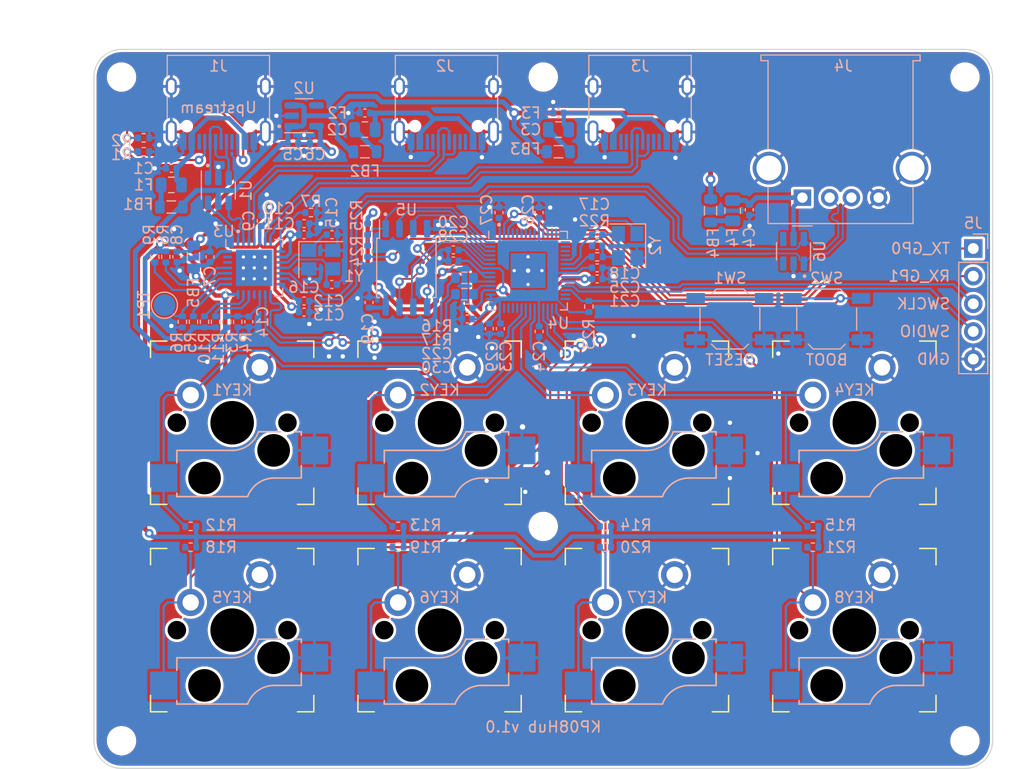
<source format=kicad_pcb>
(kicad_pcb (version 20211014) (generator pcbnew)
  (title_block (title "KP08Hub") (rev "1.0") (comment 1 "MIT License (Open source hardware)"))
  (layers (0 "F.Cu" signal) (31 "B.Cu" signal) (34 "B.Paste" user) (35 "F.Paste" user) (36 "B.SilkS" user "B.Silkscreen") (37 "F.SilkS" user "F.Silkscreen") (38 "B.Mask" user) (39 "F.Mask" user) (44 "Edge.Cuts" user))
  (net 0 "")
  (net 1 "GND")
  (net 2 "VBUS")
  (net 3 "+3.3V")
  (net 4 "/USB_Hub/VCC_A")
  (net 5 "/USB_Hub/RESET")
  (net 6 "/USB_Hub/XIN")
  (net 7 "/USB_Hub/XOUT")
  (net 8 "Net-(C17-Pad2)")
  (net 9 "Net-(C18-Pad2)")
  (net 10 "+1V1")
  (net 11 "Net-(F1-Pad2)")
  (net 12 "Net-(F2-Pad2)")
  (net 13 "Net-(F3-Pad2)")
  (net 14 "Net-(F4-Pad2)")
  (net 15 "Net-(J1-PadA5)")
  (net 16 "Net-(J1-PadA6)")
  (net 17 "Net-(J1-PadA7)")
  (net 19 "Net-(J1-PadB5)")
  (net 22 "/USB1_D-")
  (net 23 "/USB1_D+")
  (net 28 "/USB2_D-")
  (net 29 "/USB2_D+")
  (net 33 "/USB3_D-")
  (net 34 "/USB3_D+")
  (net 35 "/RP2040/KEY_1")
  (net 36 "/RP2040/KEY_2")
  (net 37 "/RP2040/KEY_3")
  (net 38 "/RP2040/KEY_4")
  (net 39 "/RP2040/KEY_5")
  (net 40 "/RP2040/KEY_6")
  (net 41 "/RP2040/KEY_7")
  (net 42 "/RP2040/KEY_8")
  (net 43 "Net-(R5-Pad2)")
  (net 44 "Net-(R6-Pad1)")
  (net 45 "Net-(R7-Pad1)")
  (net 46 "/USB_Hub/OVR_1")
  (net 47 "/USB_Hub/OVR_2")
  (net 48 "/USB_Hub/OVR_3")
  (net 49 "/USB_Hub/OVR_4")
  (net 50 "/RP2040/USB_D+")
  (net 51 "Net-(R16-Pad2)")
  (net 52 "/RP2040/USB_D-")
  (net 53 "Net-(R17-Pad2)")
  (net 54 "Net-(R22-Pad2)")
  (net 55 "/RP2040/~{RESET}")
  (net 56 "/RP2040/BOOT")
  (net 57 "/RP2040/QSPI_SS")
  (net 58 "/USB_Hub/UPSTREAM_D+")
  (net 59 "/USB_Hub/UPSTREAM_D-")
  (net 70 "/RP2040/SWCLK")
  (net 71 "/RP2040/SWDIO")
  (net 78 "/RP2040/QSPI_D3")
  (net 79 "/RP2040/QSPI_SCLK")
  (net 80 "/RP2040/QSPI_D0")
  (net 81 "/RP2040/QSPI_D2")
  (net 82 "/RP2040/QSPI_D1")
  (net 90 "/VBUS1")
  (net 91 "/VBUS2")
  (net 92 "/VBUS3")
  (net 93 "/VBUS_UP")
  (net 97 "/RP2040/TX")
  (net 98 "/RP2040/RX")
  (footprint "key-switches:MX_switch_THT_hotswap_A" (layer "F.Cu") (at 133.35 101.6)
    (fp_text reference "KEY2")
    (fp_text value "SW_Push" hide)
  )
  (footprint "MountingHole:MountingHole_2.2mm_M2_ISO7380" (layer "F.Cu") (at 104.14 69.85)
    (fp_text reference "H3" hide)
    (fp_text value "MountingHole" hide)
  )
  (footprint "key-switches:MX_switch_THT_hotswap_A" (layer "F.Cu") (at 171.45 101.6)
    (fp_text reference "KEY4")
    (fp_text value "SW_Push" hide)
  )
  (footprint "key-switches:MX_switch_THT_hotswap_A" (layer "F.Cu") (at 152.4 120.65)
    (fp_text reference "KEY7")
    (fp_text value "SW_Push" hide)
  )
  (footprint "MountingHole:MountingHole_2.2mm_M2_ISO7380" (layer "F.Cu") (at 104.14 130.81)
    (fp_text reference "H6" hide)
    (fp_text value "MountingHole" hide)
  )
  (footprint "key-switches:MX_switch_THT_hotswap_A" (layer "F.Cu") (at 114.3 120.65)
    (fp_text reference "KEY5")
    (fp_text value "SW_Push" hide)
  )
  (footprint "MountingHole:MountingHole_2.2mm_M2_ISO7380" (layer "F.Cu") (at 142.875 111.125)
    (fp_text reference "H4" hide)
    (fp_text value "MountingHole" hide)
  )
  (footprint "MountingHole:MountingHole_2.2mm_M2_ISO7380" (layer "F.Cu") (at 142.875 69.85)
    (fp_text reference "H1" hide)
    (fp_text value "MountingHole" hide)
  )
  (footprint "MountingHole:MountingHole_2.2mm_M2_ISO7380" (layer "F.Cu") (at 181.61 130.81)
    (fp_text reference "H5" hide)
    (fp_text value "MountingHole" hide)
  )
  (footprint "key-switches:MX_switch_THT_hotswap_A" (layer "F.Cu") (at 114.3 101.6)
    (fp_text reference "KEY1")
    (fp_text value "SW_Push" hide)
  )
  (footprint "MountingHole:MountingHole_2.2mm_M2_ISO7380" (layer "F.Cu") (at 181.61 69.85)
    (fp_text reference "H2" hide)
    (fp_text value "MountingHole" hide)
  )
  (footprint "key-switches:MX_switch_THT_hotswap_A" (layer "F.Cu") (at 152.4 101.6)
    (fp_text reference "KEY3")
    (fp_text value "SW_Push" hide)
  )
  (footprint "key-switches:MX_switch_THT_hotswap_A" (layer "F.Cu") (at 171.45 120.65)
    (fp_text reference "KEY8")
    (fp_text value "SW_Push" hide)
  )
  (footprint "key-switches:MX_switch_THT_hotswap_A" (layer "F.Cu") (at 133.35 120.65)
    (fp_text reference "KEY6")
    (fp_text value "SW_Push" hide)
  )
  (footprint "Capacitor_SMD:C_0402_1005Metric" (layer "B.Cu") (at 120.904 91.44)
    (fp_text reference "C13")
    (fp_text value "1uF")
  )
  (footprint "Capacitor_SMD:C_0402_1005Metric" (layer "B.Cu") (at 123.444 88.9 180)
    (fp_text reference "C16")
    (fp_text value "20pF")
  )
  (footprint "Connector_USB:USB_A_Molex_67643_Horizontal" (layer "B.Cu") (at 166.68 80.925)
    (fp_text reference "J4")
    (fp_text value "USB_A")
  )
  (footprint "Package_TO_SOT_SMD:SOT-23-5" (layer "B.Cu") (at 120.904 73.406)
    (fp_text reference "U2")
    (fp_text value "RT9013-33GB")
  )
  (footprint "Resistor_SMD:R_0402_1005Metric" (layer "B.Cu") (at 110.744 92.329 90)
    (fp_text reference "R5")
    (fp_text value "10k")
  )
  (footprint "Capacitor_SMD:C_0402_1005Metric" (layer "B.Cu") (at 121.92 75.946 180)
    (fp_text reference "C6")
    (fp_text value "1uF")
  )
  (footprint "Crystal:Crystal_SMD_3225-4Pin_3.2x2.5mm" (layer "B.Cu") (at 122.428 86.614)
    (fp_text reference "Y1")
    (fp_text value "12MHz")
  )
  (footprint "TestPoint:TestPoint_Pad_D2.0mm" (layer "B.Cu") (at 108.077 90.805 180)
    (fp_text reference "TP1")
    (fp_text value "HUB_GANG")
  )
  (footprint "Resistor_SMD:R_0402_1005Metric" (layer "B.Cu") (at 129.54 113.03 180)
    (fp_text reference "R19")
    (fp_text value "10k")
  )
  (footprint "Capacitor_SMD:C_0402_1005Metric" (layer "B.Cu") (at 120.904 83.312)
    (fp_text reference "C10")
    (fp_text value "100nF")
  )
  (footprint "Capacitor_SMD:C_0402_1005Metric" (layer "B.Cu") (at 147.828 85.344)
    (fp_text reference "C18")
    (fp_text value "20pF")
  )
  (footprint "Package_SO:SOIC-8_5.23x5.23mm_P1.27mm" (layer "B.Cu") (at 130.302 87.376 -90)
    (fp_text reference "U5")
    (fp_text value "W25Q128JVS")
  )
  (footprint "Resistor_SMD:R_0402_1005Metric" (layer "B.Cu") (at 167.64 111.125 180)
    (fp_text reference "R15")
    (fp_text value "10k")
  )
  (footprint "Resistor_SMD:R_0402_1005Metric" (layer "B.Cu") (at 110.49 111.125 180)
    (fp_text reference "R12")
    (fp_text value "10k")
  )
  (footprint "Resistor_SMD:R_0402_1005Metric" (layer "B.Cu") (at 148.59 113.03 180)
    (fp_text reference "R20")
    (fp_text value "10k")
  )
  (footprint "Resistor_SMD:R_0402_1005Metric" (layer "B.Cu") (at 110.49 113.03 180)
    (fp_text reference "R18")
    (fp_text value "10k")
  )
  (footprint "Capacitor_SMD:C_0402_1005Metric" (layer "B.Cu") (at 116.967 83.058 90)
    (fp_text reference "C9")
    (fp_text value "100nF")
  )
  (footprint "Capacitor_SMD:C_0402_1005Metric" (layer "B.Cu") (at 134.62 86.741 180)
    (fp_text reference "C28")
    (fp_text value "100nF")
  )
  (footprint "Capacitor_SMD:C_0402_1005Metric" (layer "B.Cu") (at 147.828 84.328 180)
    (fp_text reference "C17")
    (fp_text value "20pF")
  )
  (footprint "Fuse:Fuse_0805_2012Metric" (layer "B.Cu") (at 126.492 74.676 180)
    (fp_text reference "F2")
    (fp_text value "500mA 6V")
  )
  (footprint "Capacitor_SMD:C_0402_1005Metric" (layer "B.Cu") (at 135.89 92.075 180)
    (fp_text reference "C30")
    (fp_text value "1uF")
  )
  (footprint "Fuse:Fuse_0805_2012Metric" (layer "B.Cu") (at 108.712 79.756 180)
    (fp_text reference "F1")
    (fp_text value "1A 6V")
  )
  (footprint "Resistor_SMD:R_0402_1005Metric" (layer "B.Cu") (at 107.188 86.36 -90)
    (fp_text reference "R9")
    (fp_text value "10k")
  )
  (footprint "Crystal:Crystal_SMD_3225-4Pin_3.2x2.5mm" (layer "B.Cu") (at 150.622 85.344 -90)
    (fp_text reference "Y2")
    (fp_text value "12MHz")
  )
  (footprint "Connector_USB:USB_C_Receptacle_HRO_TYPE-C-31-M-12" (layer "B.Cu") (at 113.03 71.755)
    (fp_text reference "J1")
    (fp_text value "USB_C_Receptacle_USB2.0")
  )
  (footprint "Capacitor_SMD:C_0402_1005Metric" (layer "B.Cu") (at 147.828 88.392)
    (fp_text reference "C21")
    (fp_text value "100nF")
  )
  (footprint "Button_Switch_SMD:SW_SPST_TL3342" (layer "B.Cu") (at 168.91 92.075 180)
    (fp_text reference "SW2")
    (fp_text value "BOOT")
  )
  (footprint "Connector_PinHeader_2.54mm:PinHeader_1x05_P2.54mm_Vertical" (layer "B.Cu") (at 182.372 85.598 180)
    (fp_text reference "J5")
    (fp_text value "Conn_01x03")
  )
  (footprint "Resistor_SMD:R_0402_1005Metric" (layer "B.Cu") (at 111.76 92.329 90)
    (fp_text reference "R10")
    (fp_text value "10k")
  )
  (footprint "Package_DFN_QFN:QFN-28-1EP_5x5mm_P0.5mm_EP3.35x3.35mm_ThermalVias" (layer "B.Cu") (at 116.332 87.376 -90)
    (fp_text reference "U3")
    (fp_text value "CY7C65642-28LTXC")
  )
  (footprint "Capacitor_SMD:C_0402_1005Metric" (layer "B.Cu") (at 120.904 84.328)
    (fp_text reference "C11")
    (fp_text value "1uF")
  )
  (footprint "Resistor_SMD:R_0603_1608Metric" (layer "B.Cu") (at 135.636 89.789)
    (fp_text reference "R17")
    (fp_text value "27")
  )
  (footprint "Resistor_SMD:R_0402_1005Metric" (layer "B.Cu") (at 126.746 83.82 -90)
    (fp_text reference "R25")
    (fp_text value "10k")
  )
  (footprint "Capacitor_SMD:C_0402_1005Metric" (layer "B.Cu") (at 147.828 87.376)
    (fp_text reference "C25")
    (fp_text value "100nF")
  )
  (footprint "Capacitor_SMD:C_0402_1005Metric" (layer "B.Cu") (at 142.494 82.296 90)
    (fp_text reference "C26")
    (fp_text value "100nF")
  )
  (footprint "Package_TO_SOT_SMD:SOT-23-6" (layer "B.Cu") (at 113.03 80.264 -90)
    (fp_text reference "U1")
    (fp_text value "USBLC6-2SC6")
  )
  (footprint "Inductor_SMD:L_0805_2012Metric" (layer "B.Cu") (at 110.744 86.36 90)
    (fp_text reference "FB5")
    (fp_text value "600R")
  )
  (footprint "Capacitor_SMD:C_0402_1005Metric" (layer "B.Cu") (at 126.492 73.152)
    (fp_text reference "C2")
    (fp_text value "10uF")
  )
  (footprint "Capacitor_SMD:C_0402_1005Metric" (layer "B.Cu") (at 144.272 73.152)
    (fp_text reference "C3")
    (fp_text value "10uF")
  )
  (footprint "Inductor_SMD:L_0805_2012Metric" (layer "B.Cu") (at 144.272 76.708 180)
    (fp_text reference "FB3")
    (fp_text value "600R")
  )
  (footprint "Package_DFN_QFN:QFN-56-1EP_7x7mm_P0.4mm_EP3.2x3.2mm" (layer "B.Cu") (at 141.478 87.63 -90)
    (fp_text reference "U4")
    (fp_text value "RP2040")
  )
  (footprint "Inductor_SMD:L_0805_2012Metric" (layer "B.Cu") (at 108.712 81.788)
    (fp_text reference "FB1")
    (fp_text value "600R")
  )
  (footprint "Capacitor_SMD:C_0402_1005Metric" (layer "B.Cu") (at 138.938 92.964 -90)
    (fp_text reference "C23")
    (fp_text value "100nF")
  )
  (footprint "Capacitor_SMD:C_0402_1005Metric" (layer "B.Cu") (at 161.798 82.042 90)
    (fp_text reference "C4")
    (fp_text value "10uF")
  )
  (footprint "Resistor_SMD:R_0402_1005Metric" (layer "B.Cu") (at 167.64 113.03 180)
    (fp_text reference "R21")
    (fp_text value "10k")
  )
  (footprint "Button_Switch_SMD:SW_SPST_TL3342" (layer "B.Cu") (at 160.02 92.075 180)
    (fp_text reference "SW1")
    (fp_text value "RESET")
  )
  (footprint "Capacitor_SMD:C_0402_1005Metric" (layer "B.Cu") (at 126.873 90.551 90)
    (fp_text reference "C19")
    (fp_text value "100nF")
  )
  (footprint "Capacitor_SMD:C_0402_1005Metric" (layer "B.Cu") (at 120.904 90.424)
    (fp_text reference "C12")
    (fp_text value "100nF")
  )
  (footprint "Inductor_SMD:L_0805_2012Metric" (layer "B.Cu") (at 126.492 76.708 180)
    (fp_text reference "FB2")
    (fp_text value "600R")
  )
  (footprint "Resistor_SMD:R_0402_1005Metric" (layer "B.Cu") (at 129.54 111.125 180)
    (fp_text reference "R13")
    (fp_text value "10k")
  )
  (footprint "Resistor_SMD:R_0402_1005Metric" (layer "B.Cu") (at 126.746 85.852 90)
    (fp_text reference "R24")
    (fp_text value "1k")
  )
  (footprint "Package_TO_SOT_SMD:SOT-23-6" (layer "B.Cu") (at 165.862 85.852 90)
    (fp_text reference "U6")
    (fp_text value "SRV05-4")
  )
  (footprint "Capacitor_SMD:C_0402_1005Metric" (layer "B.Cu") (at 115.824 92.329 -90)
    (fp_text reference "C14")
    (fp_text value "1uF")
  )
  (footprint "Capacitor_SMD:C_0402_1005Metric" (layer "B.Cu") (at 119.888 75.946)
    (fp_text reference "C5")
    (fp_text value "1uF")
  )
  (footprint "Resistor_SMD:R_0402_1005Metric" (layer "B.Cu") (at 121.539 82.296)
    (fp_text reference "R7")
    (fp_text value "649")
  )
  (footprint "Capacitor_SMD:C_0402_1005Metric" (layer "B.Cu") (at 108.712 78.232)
    (fp_text reference "C1")
    (fp_text value "10uF")
  )
  (footprint "Capacitor_SMD:C_0402_1005Metric" (layer "B.Cu") (at 137.922 92.964 -90)
    (fp_text reference "C29")
    (fp_text value "100nF")
  )
  (footprint "Resistor_SMD:R_0402_1005Metric" (layer "B.Cu") (at 109.728 92.329 -90)
    (fp_text reference "R6")
    (fp_text value "10k")
  )
  (footprint "Fuse:Fuse_0805_2012Metric" (layer "B.Cu") (at 144.272 74.676 180)
    (fp_text reference "F3")
    (fp_text value "500mA 6V")
  )
  (footprint "Capacitor_SMD:C_0402_1005Metric" (layer "B.Cu") (at 123.472 84.328 180)
    (fp_text reference "C15")
    (fp_text value "20pF")
  )
  (footprint "Connector_USB:USB_C_Receptacle_HRO_TYPE-C-31-M-12" (layer "B.Cu") (at 151.765 71.755)
    (fp_text reference "J3")
    (fp_text value "USB_C_Receptacle_USB2.0")
  )
  (footprint "Resistor_SMD:R_0402_1005Metric" (layer "B.Cu") (at 147.828 86.36 180)
    (fp_text reference "R22")
    (fp_text value "1k")
  )
  (footprint "Capacitor_SMD:C_0402_1005Metric" (layer "B.Cu") (at 142.494 93.218 -90)
    (fp_text reference "C24")
    (fp_text value "100nF")
  )
  (footprint "Inductor_SMD:L_0805_2012Metric" (layer "B.Cu") (at 158.242 82.1205 90)
    (fp_text reference "FB4")
    (fp_text value "600R")
  )
  (footprint "Capacitor_SMD:C_0402_1005Metric" (layer "B.Cu") (at 112.268 86.36 90)
    (fp_text reference "C7")
    (fp_text value "10uF")
  )
  (footprint "Fuse:Fuse_0805_2012Metric" (layer "B.Cu") (at 160.274 82.1205 -90)
    (fp_text reference "F4")
    (fp_text value "500mA 6V")
  )
  (footprint "Resistor_SMD:R_0402_1005Metric" (layer "B.Cu") (at 108.204 86.36 -90)
    (fp_text reference "R8")
    (fp_text value "10k")
  )
  (footprint "Capacitor_SMD:C_0402_1005Metric" (layer "B.Cu") (at 138.811 82.296 90)
    (fp_text reference "C27")
    (fp_text value "100nF")
  )
  (footprint "Resistor_SMD:R_0402_1005Metric" (layer "B.Cu") (at 114.808 92.329 -90)
    (fp_text reference "R4")
    (fp_text value "47k")
  )
  (footprint "Resistor_SMD:R_0402_1005Metric" (layer "B.Cu") (at 147.066 90.932 90)
    (fp_text reference "R23")
    (fp_text value "10k")
  )
  (footprint "Connector_USB:USB_C_Receptacle_HRO_TYPE-C-31-M-12" (layer "B.Cu") (at 133.985 71.755)
    (fp_text reference "J2")
    (fp_text value "USB_C_Receptacle_USB2.0")
  )
  (footprint "Capacitor_SMD:C_0402_1005Metric" (layer "B.Cu") (at 109.22 86.36 -90)
    (fp_text reference "C8")
    (fp_text value "100nF")
  )
  (footprint "Resistor_SMD:R_0402_1005Metric" (layer "B.Cu") (at 112.776 92.329 90)
    (fp_text reference "R11")
    (fp_text value "10k")
  )
  (footprint "Resistor_SMD:R_0402_1005Metric" (layer "B.Cu") (at 106.172 76.708)
    (fp_text reference "R1")
    (fp_text value "5.1k")
  )
  (footprint "Resistor_SMD:R_0603_1608Metric" (layer "B.Cu") (at 135.636 88.2904)
    (fp_text reference "R16")
    (fp_text value "27")
  )
  (footprint "Resistor_SMD:R_0402_1005Metric" (layer "B.Cu") (at 113.792 92.329 90)
    (fp_text reference "R3")
    (fp_text value "10k")
  )
  (footprint "Capacitor_SMD:C_0402_1005Metric" (layer "B.Cu") (at 135.89 91.059 180)
    (fp_text reference "C22")
    (fp_text value "1uF")
  )
  (footprint "Resistor_SMD:R_0402_1005Metric" (layer "B.Cu") (at 148.59 111.125 180)
    (fp_text reference "R14")
    (fp_text value "10k")
  )
  (footprint "Resistor_SMD:R_0402_1005Metric" (layer "B.Cu") (at 106.172 75.438)
    (fp_text reference "R2")
    (fp_text value "5.1k")
  )
  (footprint "Capacitor_SMD:C_0402_1005Metric" (layer "B.Cu") (at 134.62 85.725 180)
    (fp_text reference "C20")
    (fp_text value "100nF")
  )
  (gr_circle (center 118.618 74.3712) (end 118.7196 74.3712) (layer "B.SilkS") (width 0.15) (fill solid))
  (gr_circle (center 114.8588 84.0232) (end 114.9604 84.0232) (layer "B.SilkS") (width 0.15) (fill solid))
  (gr_circle (center 138.811 83.4136) (end 138.9126 83.4136) (layer "B.SilkS") (width 0.15) (fill solid))
  (gr_circle (center 128.3716 82.4484) (end 128.4732 82.4484) (layer "B.SilkS") (width 0.15) (fill solid))
  (gr_circle (center 166.878 88.138) (end 166.9796 88.138) (layer "B.SilkS") (width 0.15) (fill solid))
  (gr_circle (center 112.0648 77.978) (end 112.1664 77.978) (layer "B.SilkS") (width 0.15) (fill solid))
  (gr_arc (start 181.61 67.31) (mid 183.406051 68.053949) (end 184.15 69.85) (layer "Edge.Cuts") (width 0.1))
  (gr_arc (start 104.14 133.35) (mid 102.343949 132.606051) (end 101.6 130.81) (layer "Edge.Cuts") (width 0.1))
  (gr_line (start 181.61 67.31) (end 104.14 67.31) (layer "Edge.Cuts") (width 0.1))
  (gr_arc (start 101.6 69.85) (mid 102.343949 68.053949) (end 104.14 67.31) (layer "Edge.Cuts") (width 0.1))
  (gr_line (start 104.14 133.35) (end 181.61 133.35) (layer "Edge.Cuts") (width 0.1))
  (gr_line (start 101.6 69.85) (end 101.6 130.81) (layer "Edge.Cuts") (width 0.1))
  (gr_line (start 184.15 130.81) (end 184.15 69.85) (layer "Edge.Cuts") (width 0.1))
  (gr_arc (start 184.15 130.81) (mid 183.406051 132.606051) (end 181.61 133.35) (layer "Edge.Cuts") (width 0.1))
  (gr_text "${TITLE} v${REVISION}" (at 142.875 129.54) (layer "B.SilkS") (effects (font (size 1 1)) (justify mirror)))
  (segment (start 115.332 88.376) (end 114.808 88.9) (width 0.2) (layer "F.Cu") (net 1))
  (via (at 109.474 87.63) (size 0.8) (drill 0.4) (layers "F.Cu" "B.Cu") (net 1))
  (via (at 117.475 80.645) (size 0.8) (drill 0.4) (layers "F.Cu" "B.Cu") (net 1))
  (via (at 124.968 73.152) (size 0.8) (drill 0.4) (layers "F.Cu" "B.Cu") (net 1))
  (via (at 141.478 86.36) (size 0.56) (drill 0.3) (layers "F.Cu" "B.Cu") (net 1))
  (via (at 145.796 82.931) (size 0.8) (drill 0.4) (layers "F.Cu" "B.Cu") (net 1))
  (via (at 141.478 87.63) (size 0.8) (drill 0.4) (layers "F.Cu" "B.Cu") (net 1))
  (via (at 122.428 91.186) (size 0.8) (drill 0.4) (layers "F.Cu" "B.Cu") (net 1))
  (via (at 124.46 95.504) (size 0.8) (drill 0.4) (layers "F.Cu" "B.Cu") (net 1))
  (via (at 134.112 83.439) (size 0.8) (drill 0.4) (layers "F.Cu" "B.Cu") (net 1))
  (via (at 125.8062 90.17) (size 0.8) (drill 0.4) (layers "F.Cu" "B.Cu") (net 1))
  (via (at 160.02 101.6) (size 0.8) (drill 0.4) (layers "F.Cu" "B.Cu") (net 1))
  (via (at 141.478 88.9) (size 0.56) (drill 0.3) (layers "F.Cu" "B.Cu") (net 1))
  (via (at 133.35 86.487) (size 0.8) (drill 0.4) (layers "F.Cu" "B.Cu") (net 1))
  (via (at 136.906 93.726) (size 0.8) (drill 0.4) (layers "F.Cu" "B.Cu") (net 1))
  (via (at 120.904 77.089) (size 0.8) (drill 0.4) (layers "F.Cu" "B.Cu") (net 1))
  (via (at 137.668 106.934) (size 0.8) (drill 0.4) (layers "F.Cu" "B.Cu") (net 1))
  (via (at 143.002 94.742) (size 0.8) (drill 0.4) (layers "F.Cu" "B.Cu") (net 1))
  (via (at 112.014 96.012) (size 0.8) (drill 0.4) (layers "F.Cu" "B.Cu") (net 1))
  (via (at 127.381 92.329) (size 0.8) (drill 0.4) (layers "F.Cu" "B.Cu") (net 1))
  (via (at 161.8234 83.5152) (size 0.8) (drill 0.4) (layers "F.Cu" "B.Cu") (net 1))
  (via (at 108.966 83.82) (size 0.8) (drill 0.4) (layers "F.Cu" "B.Cu") (net 1))
  (via (at 165.862 88.138) (size 0.8) (drill 0.4) (layers "F.Cu" "B.Cu") (net 1))
  (via (at 108.712 92.71) (size 0.8) (drill 0.4) (layers "F.Cu" "B.Cu") (net 1))
  (via (at 120.904 75.184) (size 0.75) (drill 0.35) (layers "F.Cu" "B.Cu") (net 1))
  (via (at 142.24 96.52) (size 0.8) (drill 0.4) (layers "F.Cu" "B.Cu") (net 1))
  (via (at 122.047 81.28) (size 0.8) (drill 0.4) (layers "F.Cu" "B.Cu") (net 1))
  (via (at 162.56 104.394) (size 0.8) (drill 0.4) (layers "F.Cu" "B.Cu") (net 1))
  (via (at 121.3866 92.5322) (size 0.8) (drill 0.4) (layers "F.Cu" "B.Cu") (net 1))
  (via (at 164.465 95.25) (size 0.8) (drill 0.4) (layers "F.Cu" "B.Cu") (net 1))
  (via (at 143.256 106.172) (size 0.9) (drill 0.5) (layers "F.Cu" "B.Cu") (net 1))
  (via (at 143.7894 72.136) (size 0.8) (drill 0.4) (layers "F.Cu" "B.Cu") (net 1))
  (via (at 143.51 81.8388) (size 0.8) (drill 0.4) (layers "F.Cu" "B.Cu") (net 1))
  (via (at 130.7084 77.1906) (size 0.8) (drill 0.4) (layers "F.Cu" "B.Cu") (net 1))
  (via (at 155.0162 77.2668) (size 0.8) (drill 0.4) (layers "F.Cu" "B.Cu") (net 1))
  (via (at 112.776 83.312) (size 0.8) (drill 0.4) (layers "F.Cu" "B.Cu") (net 1))
  (via (at 113.03 78.105) (size 0.8) (drill 0.4) (layers "F.Cu" "B.Cu") (net 1))
  (via (at 141.224 107.95) (size 0.8) (drill 0.4) (layers "F.Cu" "B.Cu") (net 1))
  (via (at 151.1808 93.6244) (size 0.8) (drill 0.4) (layers "F.Cu" "B.Cu") (net 1))
  (via (at 118.364 73.406) (size 0.8) (drill 0.4) (layers "F.Cu" "B.Cu") (net 1))
  (via (at 160.02 106.68) (size 0.8) (drill 0.4) (layers "F.Cu" "B.Cu") (net 1))
  (via (at 107.188 78.232) (size 0.8) (drill 0.4) (layers "F.Cu" "B.Cu") (net 1))
  (via (at 152.654 85.344) (size 0.8) (drill 0.4) (layers "F.Cu" "B.Cu") (net 1))
  (via (at 140.97 101.981) (size 0.9) (drill 0.5) (layers "F.Cu" "B.Cu") (net 1))
  (via (at 123.952 83.312) (size 0.8) (drill 0.4) (layers "F.Cu" "B.Cu") (net 1))
  (via (at 149.352 88.138) (size 0.8) (drill 0.4) (layers "F.Cu" "B.Cu") (net 1))
  (via (at 127.381 95.631) (size 0.8) (drill 0.4) (layers "F.Cu" "B.Cu") (net 1))
  (via (at 122.428 83.312) (size 0.8) (drill 0.4) (layers "F.Cu" "B.Cu") (net 1))
  (via (at 133.223 83.439) (size 0.8) (drill 0.4) (layers "F.Cu" "B.Cu") (net 1))
  (via (at 115.316 93.8022) (size 0.8) (drill 0.4) (layers "F.Cu" "B.Cu") (net 1))
  (via (at 123.19 95.504) (size 0.8) (drill 0.4) (layers "F.Cu" "B.Cu") (net 1))
  (via (at 140.208 87.63) (size 0.56) (drill 0.3) (layers "F.Cu" "B.Cu") (net 1))
  (via (at 138.176 94.742) (size 0.8) (drill 0.4) (layers "F.Cu" "B.Cu") (net 1))
  (via (at 148.5138 77.216) (size 0.8) (drill 0.4) (layers "F.Cu" "B.Cu") (net 1))
  (via (at 134.874 93.091) (size 0.8) (drill 0.4) (layers "F.Cu" "B.Cu") (net 1))
  (via (at 137.922 81.788) (size 0.8) (drill 0.4) (layers "F.Cu" "B.Cu") (net 1))
  (via (at 107.5944 76.073) (size 0.8) (drill 0.4) (layers "F.Cu" "B.Cu") (net 1))
  (via (at 142.748 87.63) (size 0.56) (drill 0.3) (layers "F.Cu" "B.Cu") (net 1))
  (via (at 121.412 88.392) (size 0.56) (drill 0.3) (layers "F.Cu" "B.Cu") (net 1))
  (via (at 137.2362 77.216) (size 0.8) (drill 0.4) (layers "F.Cu" "B.Cu") (net 1))
  (segment (start 109.728 92.839) (end 108.841 92.839) (width 0.2) (layer "B.Cu") (net 1))
  (segment (start 114.838 92.809) (end 114.808 92.839) (width 0.2) (layer "B.Cu") (net 1))
  (segment (start 123.952 88.9) (end 123.924 88.9) (width 0.2) (layer "B.Cu") (net 1))
  (segment (start 149.772 85.129) (end 149.987 85.344) (width 0.2) (layer "B.Cu") (net 1))
  (segment (start 135.41 91.059) (end 135.41 92.075) (width 0.2) (layer "B.Cu") (net 1))
  (segment (start 121.553 87.568) (end 121.553 87.489) (width 0.2) (layer "B.Cu") (net 1))
  (segment (start 116.902 82.513) (end 116.967 82.578) (width 0.2) (layer "B.Cu") (net 1))
  (segment (start 109.625 75.8) (end 108.71 74.885) (width 0.2) (layer "B.Cu") (net 1))
  (segment (start 151.472 87.415) (end 151.472 85.944) (width 0.2) (layer "B.Cu") (net 1))
  (segment (start 108.232 77.188) (end 108.232 78.232) (width 0.2) (layer "B.Cu") (net 1))
  (segment (start 121.384 90.424) (end 121.384 91.44) (width 0.2) (layer "B.Cu") (net 1))
  (segment (start 108.841 92.839) (end 108.712 92.71) (width 0.2) (layer "B.Cu") (net 1))
  (segment (start 123.952 85.519) (end 123.303 86.168) (width 0.2) (layer "B.Cu") (net 1))
  (segment (start 145.380658 86.63) (end 144.9155 86.63) (width 0.2) (layer "B.Cu") (net 1))
  (segment (start 155.17 75.8) (end 156.085 74.885) (width 0.2) (layer "B.Cu") (net 1))
  (segment (start 149.772 84.244) (end 149.772 85.129) (width 0.2) (layer "B.Cu") (net 1))
  (segment (start 148.844 87.376) (end 149.098 87.63) (width 0.2) (layer "B.Cu") (net 1))
  (segment (start 145.796 86.214658) (end 145.380658 86.63) (width 0.2) (layer "B.Cu") (net 1))
  (segment (start 151.257 87.63) (end 151.472 87.415) (width 0.2) (layer "B.Cu") (net 1))
  (segment (start 109.502 86.84) (end 109.22 86.84) (width 0.2) (layer "B.Cu") (net 1))
  (segment (start 151.472 85.559) (end 151.472 86.444) (width 0.2) (layer "B.Cu") (net 1))
  (segment (start 155.015 75.8) (end 155.17 75.8) (width 0.2) (layer "B.Cu") (net 1))
  (segment (start 145.796 82.931) (end 145.796 86.214658) (width 0.2) (layer "B.Cu") (net 1))
  (segment (start 149.688 84.328) (end 148.308 84.328) (width 0.2) (layer "B.Cu") (net 1))
  (segment (start 147.348 85.288) (end 148.308 84.328) (width 0.2) (layer "B.Cu") (net 1))
  (segment (start 148.515 75.8) (end 148.36 75.8) (width 0.2) (layer "B.Cu") (net 1))
  (segment (start 111.873 85.88) (end 111.393 86.36) (width 0.2) (layer "B.Cu") (net 1))
  (segment (start 149.987 85.344) (end 151.257 85.344) (width 0.2) (layer "B.Cu") (net 1))
  (segment (start 138.938 93.444) (end 137.922 93.444) (width 0.2) (layer "B.Cu") (net 1))
  (segment (start 137.39 75.8) (end 138.305 74.885) (width 0.2) (layer "B.Cu") (net 1))
  (segment (start 115.824 92.809) (end 114.838 92.809) (width 0.2) (layer "B.Cu") (net 1))
  (segment (start 120.368 75.946) (end 121.44 75.946) (width 0.2) (layer "B.Cu") (net 1))
  (segment (start 116.28 75.8) (end 116.435 75.8) (width 0.2) (layer "B.Cu") (net 1))
  (segment (start 117.475 80.645) (end 117.475 80.92505) (width 0.2) (layer "B.Cu") (net 1))
  (segment (start 116.902 81.49805) (end 116.902 82.513) (width 0.2) (layer "B.Cu") (net 1))
  (segment (start 149.098 87.63) (end 151.257 87.63) (width 0.2) (layer "B.Cu") (net 1))
  (segment (start 133.35 86.487) (end 133.505 86.642) (width 0.2) (layer "B.Cu") (net 1))
  (segment (start 148.308 87.376) (end 148.844 87.376) (width 0.2) (layer "B.Cu") (net 1))
  (segment (start 109.78 75.8) (end 109.625 75.8) (width 0.2) (layer "B.Cu") (net 1))
  (segment (start 116.435 75.8) (end 117.35 74.885) (width 0.4) (layer "B.Cu") (net 1))
  (segment (start 137.235 75.8) (end 137.39 75.8) (width 0.2) (layer "B.Cu") (net 1))
  (segment (start 124.714 88.138) (end 123.952 88.9) (width 0.2) (layer "B.Cu") (net 1))
  (segment (start 112.268 85.88) (end 111.873 85.88) (width 0.2) (layer "B.Cu") (net 1))
  (segment (start 124.372 85.764) (end 124.714 86.106) (width 0.2) (layer "B.Cu") (net 1))
  (segment (start 109.78 75.8) (end 109.62 75.8) (width 0.2) (layer "B.Cu") (net 1))
  (segment (start 143.002 94.742) (end 142.494 94.234) (width 0.2) (layer "B.Cu") (net 1))
  (segment (start 109.982 86.36) (end 109.502 86.84) (width 0.2) (layer "B.Cu") (net 1))
  (segment (start 133.223 83.439) (end 132.886 83.776) (width 0.2) (layer "B.Cu") (net 1))
  (segment (start 134.14 85.725) (end 134.14 86.741) (width 0.2) (layer "B.Cu") (net 1))
  (segment (start 109.474 87.63) (end 109.22 87.376) (width 0.2) (layer "B.Cu") (net 1))
  (segment (start 109.62 75.8) (end 108.232 77.188) (width 0.2) (layer "B.Cu") (net 1))
  (segment (start 113.03 78.8725) (end 113.03 78.105) (width 0.2) (layer "B.Cu") (net 1))
  (segment (start 130.735 75.8) (end 130.58 75.8) (width 0.2) (layer "B.Cu") (net 1))
  (segment (start 148.36 75.8) (end 147.445 74.885) (width 0.2) (layer "B.Cu") (net 1))
  (segment (start 123.528 85.764) (end 124.372 85.764) (width 0.2) (layer "B.Cu") (net 1))
  (segment (start 123.952 84.328) (end 123.952 85.519) (width 0.2) (layer "B.Cu") (net 1))
  (segment (start 142.494 94.234) (end 142.494 93.698) (width 0.2) (layer "B.Cu") (net 1))
  (segment (start 148.308 87.376) (end 148.308 88.392) (width 0.2) (layer "B.Cu") (net 1))
  (segment (start 132.886 83.776) (end 132.207 83.776) (width 0.2) (layer "B.Cu") (net 1))
  (segment (start 124.714 86.106) (end 124.714 88.138) (width 0.2) (layer "B.Cu") (net 1))
  (segment (start 151.257 85.344) (end 151.472 85.559) (width 0.2) (layer "B.Cu") (net 1))
  (segment (start 109.22 87.376) (end 109.22 86.84) (width 0.2) (layer "B.Cu") (net 1))
  (segment (start 133.505 86.642) (end 134.394 86.642) (width 0.2) (layer "B.Cu") (net 1))
  (segment (start 112.272 85.876) (end 112.268 85.88) (width 0.2) (layer "B.Cu") (net 1))
  (segment (start 111.393 86.36) (end 109.982 86.36) (width 0.2) (layer "B.Cu") (net 1))
  (segment (start 117.475 80.92505) (end 116.902 81.49805) (width 0.2) (layer "B.Cu") (net 1))
  (segment (start 130.58 75.8) (end 129.665 74.885) (width 0.2) (layer "B.Cu") (net 1))
  (segment (start 149.772 84.244) (end 149.688 84.328) (width 0.2) (layer "B.Cu") (net 1))
  (segment (start 158.242 74.168) (end 158.242 79.248) (width 0.45) (layer "F.Cu") (net 2))
  (segment (start 157.226 73.152) (end 158.242 74.168) (width 0.45) (layer "F.Cu") (net 2))
  (segment (start 140.208 73.152) (end 157.226 73.152) (width 0.45) (layer "F.Cu") (net 2))
  (via (at 140.208 73.152) (size 0.9) (drill 0.5) (layers "F.Cu" "B.Cu") (net 2))
  (via (at 158.242 79.248) (size 0.9) (drill 0.5) (layers "F.Cu" "B.Cu") (net 2))
  (segment (start 119.7665 74.356) (end 120.716 74.356) (width 0.45) (layer "B.Cu") (net 2))
  (segment (start 143.4845 76.708) (end 142.494 76.708) (width 0.45) (layer "B.Cu") (net 2))
  (segment (start 127.508 71.628) (end 124.968 71.628) (width 0.45) (layer "B.Cu") (net 2))
  (segment (start 140.208 73.152) (end 139.192 72.136) (width 0.45) (layer "B.Cu") (net 2))
  (segment (start 105.41 92.71) (end 105.41 85.8775) (width 0.45) (layer "B.Cu") (net 2))
  (segment (start 124.968 71.628) (end 123.19 73.406) (width 0.45) (layer "B.Cu") (net 2))
  (segment (start 114.554 80.264) (end 118.872 75.946) (width 0.45) (layer "B.Cu") (net 2))
  (segment (start 120.904 73.406) (end 123.19 73.406) (width 0.45) (layer "B.Cu") (net 2))
  (segment (start 107.442 94.742) (end 105.41 92.71) (width 0.45) (layer "B.Cu") (net 2))
  (segment (start 123.19 73.406) (end 123.952 74.168) (width 0.45) (layer "B.Cu") (net 2))
  (segment (start 140.208 74.422) (end 140.208 73.152) (width 0.45) (layer "B.Cu") (net 2))
  (segment (start 118.872 75.946) (end 119.408 75.946) (width 0.45) (layer "B.Cu") (net 2))
  (segment (start 158.242 79.248) (end 158.242 81.333) (width 0.45) (layer "B.Cu") (net 2))
  (segment (start 139.192 72.136) (end 128.016 72.136) (width 0.45) (layer "B.Cu") (net 2))
  (segment (start 120.716 72.456) (end 119.7665 72.456) (width 0.45) (layer "B.Cu") (net 2))
  (segment (start 113.03 80.264) (end 113.03 81.4015) (width 0.45) (layer "B.Cu") (net 2))
  (segment (start 109.4995 81.788) (end 111.0235 80.264) (width 0.45) (layer "B.Cu") (net 2))
  (segment (start 120.904 74.168) (end 120.904 73.406) (width 0.45) (layer "B.Cu") (net 2))
  (segment (start 120.904 73.406) (end 120.904 72.644) (width 0.45) (layer "B.Cu") (net 2))
  (segment (start 142.494 76.708) (end 140.208 74.422) (width 0.45) (layer "B.Cu") (net 2))
  (segment (start 119.408 74.7145) (end 119.7665 74.356) (width 0.45) (layer "B.Cu") (net 2))
  (segment (start 120.716 74.356) (end 120.904 74.168) (width 0.45) (layer "B.Cu") (net 2))
  (segment (start 123.952 75.438) (end 125.222 76.708) (width 0.45) (layer "B.Cu") (net 2))
  (segment (start 120.904 72.644) (end 120.716 72.456) (width 0.45) (layer "B.Cu") (net 2))
  (segment (start 119.408 75.946) (end 119.408 74.7145) (width 0.45) (layer "B.Cu") (net 2))
  (segment (start 128.016 72.136) (end 127.508 71.628) (width 0.45) (layer "B.Cu") (net 2))
  (segment (start 105.41 85.8775) (end 109.4995 81.788) (width 0.45) (layer "B.Cu") (net 2))
  (segment (start 111.0235 80.264) (end 114.554 80.264) (width 0.45) (layer "B.Cu") (net 2))
  (segment (start 111.98496 94.742) (end 107.442 94.742) (width 0.45) (layer "B.Cu") (net 2))
  (segment (start 123.952 74.168) (end 123.952 75.438) (width 0.45) (layer "B.Cu") (net 2))
  (segment (start 113.792 92.93496) (end 111.98496 94.742) (width 0.45) (layer "B.Cu") (net 2))
  (segment (start 113.792 92.839) (end 113.792 92.93496) (width 0.45) (layer "B.Cu") (net 2))
  (segment (start 128.778 97.028) (end 126.746 99.06) (width 0.4) (layer "F.Cu") (net 3))
  (segment (start 113.665 96.901) (end 113.665 89.916) (width 0.4) (layer "F.Cu") (net 3))
  (segment (start 132.334 91.186) (end 129.794 91.186) (width 0.4) (layer "F.Cu") (net 3))
  (segment (start 110.998 87.122) (end 109.093 85.217) (width 0.4) (layer "F.Cu") (net 3))
  (segment (start 133.604 87.757) (end 133.096 88.265) (width 0.4) (layer "F.Cu") (net 3))
  (segment (start 115.824 99.06) (end 113.665 96.901) (width 0.4) (layer "F.Cu") (net 3))
  (segment (start 109.093 85.217) (end 107.696 85.217) (width 0.4) (layer "F.Cu") (net 3))
  (segment (start 135.89 90.805) (end 137.033 91.948) (width 0.4) (layer "F.Cu") (net 3))
  (segment (start 126.746 88.138) (end 127.762 89.154) (width 0.4) (layer "F.Cu") (net 3))
  (segment (start 133.604 87.757) (end 133.731 87.63) (width 0.4) (layer "F.Cu") (net 3))
  (segment (start 123.444 76.708) (end 122.809 76.073) (width 0.4) (layer "F.Cu") (net 3))
  (segment (start 135.636 87.63) (end 135.89 87.884) (width 0.4) (layer "F.Cu") (net 3))
  (segment (start 110.998 88.138) (end 110.998 87.122) (width 0.4) (layer "F.Cu") (net 3))
  (segment (start 106.299 111.379) (end 106.299 86.614) (width 0.4) (layer "F.Cu") (net 3))
  (segment (start 106.68 111.76) (end 106.299 111.379) (width 0.4) (layer "F.Cu") (net 3))
  (segment (start 126.746 99.06) (end 115.824 99.06) (width 0.4) (layer "F.Cu") (net 3))
  (segment (start 133.731 87.63) (end 135.636 87.63) (width 0.4) (layer "F.Cu") (net 3))
  (segment (start 129.794 91.186) (end 127.762 89.154) (width 0.4) (layer "F.Cu") (net 3))
  (segment (start 106.299 86.614) (end 107.696 85.217) (width 0.4) (layer "F.Cu") (net 3))
  (segment (start 127.254 82.296) (end 126.746 82.804) (width 0.4) (layer "F.Cu") (net 3))
  (segment (start 122.809 76.073) (end 118.237 76.073) (width 0.4) (layer "F.Cu") (net 3))
  (segment (start 135.89 87.884) (end 135.89 90.805) (width 0.4) (layer "F.Cu") (net 3))
  (segment (start 132.207 97.028) (end 128.778 97.028) (width 0.4) (layer "F.Cu") (net 3))
  (segment (start 133.096 88.265) (end 133.096 90.424) (width 0.4) (layer "F.Cu") (net 3))
  (segment (start 112.776 89.916) (end 113.665 89.916) (width 0.4) (layer "F.Cu") (net 3))
  (segment (start 137.922 91.059) (end 137.922 91.313) (width 0.4) (layer "F.Cu") (net 3))
  (segment (start 118.237 76.073) (end 109.093 85.217) (width 0.4) (layer "F.Cu") (net 3))
  (segment (start 126.746 82.804) (end 126.746 88.138) (width 0.4) (layer "F.Cu") (net 3))
  (segment (start 133.096 90.424) (end 132.334 91.186) (width 0.4) (layer "F.Cu") (net 3))
  (segment (start 137.922 91.313) (end 132.207 97.028) (width 0.4) (layer "F.Cu") (net 3))
  (segment (start 110.998 88.138) (end 112.776 89.916) (width 0.4) (layer "F.Cu") (net 3))
  (via (at 110.998 88.138) (size 0.8) (drill 0.4) (layers "F.Cu" "B.Cu") (net 3))
  (via (at 107.696 85.217) (size 0.8) (drill 0.4) (layers "F.Cu" "B.Cu") (net 3))
  (via (at 106.68 111.76) (size 0.8) (drill 0.4) (layers "F.Cu" "B.Cu") (net 3))
  (via (at 127.762 89.154) (size 0.8) (drill 0.4) (layers "F.Cu" "B.Cu") (net 3))
  (via (at 133.604 87.757) (size 0.8) (drill 0.4) (layers "F.Cu" "B.Cu") (net 3))
  (via (at 123.444 76.708) (size 0.8) (drill 0.4) (layers "F.Cu" "B.Cu") (net 3))
  (via (at 113.665 89.916) (size 0.8) (drill 0.4) (layers "F.Cu" "B.Cu") (net 3))
  (via (at 137.922 91.059) (size 0.8) (drill 0.4) (layers "F.Cu" "B.Cu") (net 3))
  (via (at 127.254 82.296) (size 0.8) (drill 0.4) (layers "F.Cu" "B.Cu") (net 3))
  (segment (start 138.0405 90.23) (end 138.938 90.23) (width 0.2) (layer "B.Cu") (net 3))
  (segment (start 110.744 87.884) (end 110.744 87.1475) (width 0.4) (layer "B.Cu") (net 3))
  (segment (start 113.274965 85.876) (end 112.310965 86.84) (width 0.3) (layer "B.Cu") (net 3))
  (segment (start 145.5034 112.0526) (end 168.148 112.0526) (width 0.4) (layer "B.Cu") (net 3))
  (segment (start 126.746 83.31) (end 126.746 82.804) (width 0.4) (layer "B.Cu") (net 3))
  (segment (start 110.744 87.1475) (end 111.9605 87.1475) (width 0.4) (layer "B.Cu") (net 3))
  (segment (start 110.744 92.899604) (end 110.744 92.839) (width 0.4) (layer "B.Cu") (net 3))
  (segment (start 137.922 91.059) (end 138.773 90.208) (width 0.4) (layer "B.Cu") (net 3))
  (segment (start 142.478 84.1925) (end 142.478 85.106) (width 0.2) (layer "B.Cu") (net 3))
  (segment (start 143.764 113.792) (end 145.5034 112.0526) (width 0.4) (layer "B.Cu") (net 3))
  (segment (start 123.162 76.708) (end 123.444 76.708) (width 0.4) (layer "B.Cu") (net 3))
  (segment (start 128.397 89.789) (end 127.762 89.154) (width 0.4) (layer "B.Cu") (net 3))
  (segment (start 142.478 91.0675) (end 142.478 92.722) (width 0.2) (layer "B.Cu") (net 3))
  (segment (start 109.790604 93.853) (end 110.744 92.899604) (width 0.4) (layer "B.Cu") (net 3))
  (segment (start 138.0405 88.23) (end 137.524962 88.23) (width 0.2) (layer "B.Cu") (net 3))
  (segment (start 107.188 85.85) (end 107.694 85.85) (width 0.4) (layer "B.Cu") (net 3))
  (segment (start 138.878 91.528) (end 137.922 92.484) (width 0.2) (layer "B.Cu") (net 3))
  (segment (start 145.288 91.44) (end 143.764 89.916) (width 0.1524) (layer "B.Cu") (net 3))
  (segment (start 137.524962 88.23) (end 137.093281 87.798319) (width 0.2) (layer "B.Cu") (net 3))
  (segment (start 135.1 86.741) (end 134.084 87.757) (width 0.2) (layer "B.Cu") (net 3))
  (segment (start 106.935 85.85) (end 106.299 86.486) (width 0.4) (layer "B.Cu") (net 3))
  (segment (start 106.299 91.948) (end 108.204 93.853) (width 0.4) (layer "B.Cu") (net 3))
  (segment (start 136.035962 86.741) (end 135.1 86.741) (width 0.2) (layer "B.Cu") (net 3))
  (segment (start 146.488686 87.376) (end 147.348 87.376) (width 0.2) (layer "B.Cu") (net 3))
  (segment (start 134.084 87.757) (end 133.604 87.757) (width 0.2) (layer "B.Cu") (net 3))
  (segment (start 107.696 85.217) (end 107.694 85.219) (width 0.4) (layer "B.Cu") (net 3))
  (segment (start 128.342 91.031) (end 128.397 90.976) (width 0.4) (layer "B.Cu") (net 3))
  (segment (start 108.204 93.853) (end 109.790604 93.853) (width 0.4) (layer "B.Cu") (net 3))
  (segment (start 107.188 85.85) (end 106.935 85.85) (width 0.4) (layer "B.Cu") (net 3))
  (segment (start 138.878 91.0675) (end 138.878 92.424) (width 0.2) (layer "B.Cu") (net 3))
  (segment (start 138.878 91.0675) (end 138.878 91.528) (width 0.2) (layer "B.Cu") (net 3))
  (segment (start 137.124962 87.83) (end 138.0405 87.83) (width 0.2) (layer "B.Cu") (net 3))
  (segment (start 112.310965 86.84) (end 112.268 86.84) (width 0.3) (layer "B.Cu") (net 3))
  (segment (start 113.755 89.826) (end 114.832 89.826) (width 0.3) (layer "B.Cu") (net 3))
  (segment (start 138.878 92.424) (end 138.938 92.484) (width 0.4) (layer "B.Cu") (net 3))
  (segment (start 142.478 91.0675) (end 142.478 90.186) (width 0.2) (layer "B.Cu") (net 3))
  (segment (start 106.997 112.077) (end 140.271 112.077) (width 0.4) (layer "B.Cu") (net 3))
  (segment (start 113.882 85.876) (end 113.274965 85.876) (width 0.3) (layer "B.Cu") (net 3))
  (segment (start 111 113.03) (end 111 111.125) (width 0.4) (layer "B.Cu") (net 3))
  (segment (start 142.494 82.776) (end 142.478 82.792) (width 0.2) (layer "B.Cu") (net 3))
  (segment (start 146.034686 87.83) (end 146.488686 87.376) (width 0.2) (layer "B.Cu") (net 3))
  (segment (start 110.998 88.138) (end 110.744 87.884) (width 0.4) (layer "B.Cu") (net 3))
  (segment (start 126.873 91.031) (end 128.342 91.031) (width 0.4) (layer "B.Cu") (net 3))
  (segment (start 140.271 112.077) (end 141.986 113.792) (width 0.4) (layer "B.Cu") (net 3))
  (segment (start 138.811 82.776) (end 138.818 82.776) (width 0.4) (layer "B.Cu") (net 3))
  (segment (start 107.694 85.219) (end 107.694 85.85) (width 0.4) (layer "B.Cu") (net 3))
  (segment (start 138.0405 90.9405) (end 137.922 91.059) (width 0.2) (layer "B.Cu") (net 3))
  (segment (start 113.665 89.916) (end 113.755 89.826) (width 0.4) (layer "B.Cu") (net 3))
  (segment (start 137.093281 87.798319) (end 136.035962 86.741) (width 0.2) (layer "B.Cu") (net 3))
  (segment (start 137.922 91.059) (end 136.906 92.075) (width 0.2) (layer "B.Cu") (net 3))
  (segment (start 138.878 82.836) (end 138.878 84.1925) (width 0.2) (layer "B.Cu") (net 3))
  (segment (start 142.478 82.792) (end 142.478 84.1605) (width 0.2) (layer "B.Cu") (net 3))
  (segment (start 128.397 90.976) (end 128.397 89.789) (width 0.4) (layer "B.Cu") (net 3))
  (segment (start 138.878 84.1925) (end 138.878 85.157) (width 0.2) (layer "B.Cu") (net 3))
  (segment (start 137.093281 87.798319) (end 137.124962 87.83) (width 0.2) (layer "B.Cu") (net 3))
  (segment (start 122.0415 74.356) (end 122.4 74.7145) (width 0.4) (layer "B.Cu") (net 3))
  (segment (start 138.0405 90.23) (end 138.0405 90.9405) (width 0.2) (layer "B.Cu") (net 3))
  (segment (start 126.746 82.804) (end 127.254 82.296) (width 0.4) (layer "B.Cu") (net 3))
  (segment (start 141.986 113.792) (end 143.764 113.792) (width 0.4) (layer "B.Cu") (net 3))
  (segment (start 168.15 111.125) (end 168.15 113.03) (width 0.4) (layer "B.Cu") (net 3))
  (segment (start 130.05 111.125) (end 130.05 113.03) (width 0.4) (layer "B.Cu") (net 3))
  (segment (start 149.1 111.125) (end 149.1 113.03) (width 0.4) (layer "B.Cu") (net 3))
  (segment (start 138.773 90.208) (end 139.446 90.208) (width 0.4) (layer "B.Cu") (net 3))
  (segment (start 144.9155 87.83) (end 143.891 87.83) (width 0.2) (layer "B.Cu") (net 3))
  (segment (start 147.066 91.442) (end 147.064 91.44) (width 0.2) (layer "B.Cu") (net 3))
  (segment (start 138.0405 89.83) (end 138.0405 90.23) (width 0.2) (layer "B.Cu") (net 3))
  (segment (start 122.4 74.7145) (end 122.4 75.946) (width 0.4) (layer "B.Cu") (net 3))
  (segment (start 107.694 85.85) (end 108.204 85.85) (width 0.4) (layer "B.Cu") (net 3))
  (segment (start 112.776 92.839) (end 110.744 92.839) (width 0.4) (layer "B.Cu") (net 3))
  (segment (start 106.68 111.76) (end 106.997 112.077) (width 0.4) (layer "B.Cu") (net 3))
  (segment (start 136.906 92.075) (end 136.37 92.075) (width 0.2) (layer "B.Cu") (net 3))
  (segment (start 142.478 92.722) (end 142.494 92.738) (width 0.2) (layer "B.Cu") (net 3))
  (segment (start 138.818 82.776) (end 138.878 82.836) (width 0.4) (layer "B.Cu") (net 3))
  (segment (start 138.878 91.0675) (end 138.878 90.103) (width 0.2) (layer "B.Cu") (net 3))
  (segment (start 111.9605 87.1475) (end 112.268 86.84) (width 0.4) (layer "B.Cu") (net 3))
  (segment (start 122.4 75.946) (end 123.162 76.708) (width 0.4) (layer "B.Cu") (net 3))
  (segment (start 144.9155 87.83) (end 146.034686 87.83) (width 0.2) (layer "B.Cu") (net 3))
  (segment (start 106.299 86.486) (end 106.299 91.948) (width 0.4) (layer "B.Cu") (net 3))
  (segment (start 147.064 91.44) (end 145.288 91.44) (width 0.2) (layer "B.Cu") (net 3))
  (segment (start 117.602 81.915) (end 117.602 82.931) (width 0.3) (layer "F.Cu") (net 4))
  (segment (start 116.84 85.217) (end 117.094 85.471) (width 0.3) (layer "F.Cu") (net 4))
  (segment (start 119.761 90.932) (end 118.237 89.408) (width 0.3) (layer "F.Cu") (net 4))
  (segment (start 114.173 85.471) (end 116.586 85.471) (width 0.3) (layer "F.Cu") (net 4))
  (segment (start 116.84 83.693) (end 116.84 85.217) (width 0.3) (layer "F.Cu") (net 4))
  (segment (start 111.379 84.709) (end 111.76 84.328) (width 0.3) (layer "F.Cu") (net 4))
  (segment (start 116.586 85.471) (end 116.84 85.217) (width 0.3) (layer "F.Cu") (net 4))
  (segment (start 119.634 84.328) (end 119.38 84.328) (width 0.3) (layer "F.Cu") (net 4))
  (segment (start 117.094 85.471) (end 118.237 85.471) (width 0.3) (layer "F.Cu") (net 4))
  (segment (start 111.76 84.328) (end 113.03 84.328) (width 0.3) (layer "F.Cu") (net 4))
  (segment (start 117.729 81.788) (end 117.602 81.915) (width 0.3) (layer "F.Cu") (net 4))
  (segment (start 118.237 89.408) (end 118.237 85.471) (width 0.3) (layer "F.Cu") (net 4))
  (segment (start 113.03 84.328) (end 114.173 85.471) (width 0.3) (layer "F.Cu") (net 4))
  (segment (start 117.602 82.931) (end 116.84 83.693) (width 0.3) (layer "F.Cu") (net 4))
  (segment (start 119.38 84.328) (end 118.237 85.471) (width 0.3) (layer "F.Cu") (net 4))
  (via (at 119.761 90.932) (size 0.8) (drill 0.4) (layers "F.Cu" "B.Cu") (net 4))
  (via (at 111.379 84.709) (size 0.8) (drill 0.4) (layers "F.Cu" "B.Cu") (net 4))
  (via (at 117.729 81.788) (size 0.8) (drill 0.4) (layers "F.Cu" "B.Cu") (net 4))
  (via (at 119.634 84.328) (size 0.8) (drill 0.4) (layers "F.Cu" "B.Cu") (net 4))
  (segment (start 119.761 90.932) (end 119.789 90.96) (width 0.3) (layer "B.Cu") (net 4))
  (segment (start 109.22 85.88) (end 110.4365 85.88) (width 0.3) (layer "B.Cu") (net 4))
  (segment (start 116.832 83.673) (end 116.967 83.538) (width 0.3) (layer "B.Cu") (net 4))
  (segment (start 117.009965 83.538) (end 116.967 83.538) (width 0.3) (layer "B.Cu") (net 4))
  (segment (start 110.744 85.344) (end 111.379 84.709) (width 0.3) (layer "B.Cu") (net 4))
  (segment (start 117.729 82.133035) (end 117.627 82.235035) (width 0.3) (layer "B.Cu") (net 4))
  (segment (start 120.424 84.3) (end 120.424 84.328) (width 0.3) (layer "B.Cu") (net 4))
  (segment (start 119.789 90.96) (end 120.424 90.96) (width 0.3) (layer "B.Cu") (net 4))
  (segment (start 117.627 82.920965) (end 117.009965 83.538) (width 0.3) (layer "B.Cu") (net 4))
  (segment (start 120.424 90.424) (end 120.33 90.424) (width 0.3) (layer "B.Cu") (net 4))
  (segment (start 119.634 86.007363) (end 119.265363 86.376) (width 0.3) (layer "B.Cu") (net 4))
  (segment (start 119.662 84.3) (end 120.424 84.3) (width 0.3) (layer "B.Cu") (net 4))
  (segment (start 119.634 84.328) (end 119.662 84.3) (width 0.3) (layer "B.Cu") (net 4))
  (segment (start 116.832 84.926) (end 116.832 83.673) (width 0.3) (layer "B.Cu") (net 4))
  (segment (start 119.634 84.328) (end 119.634 86.007363) (width 0.3) (layer "B.Cu") (net 4))
  (segment (start 120.424 91.44) (end 120.424 90.96) (width 0.3) (layer "B.Cu") (net 4))
  (segment (start 117.729 81.788) (end 117.729 82.133035) (width 0.3) (layer "B.Cu") (net 4))
  (segment (start 120.424 84.3) (end 120.424 83.312) (width 0.3) (layer "B.Cu") (net 4))
  (segment (start 120.33 90.424) (end 118.782 88.876) (width 0.3) (layer "B.Cu") (net 4))
  (segment (start 110.744 85.5725) (end 110.744 85.344) (width 0.3) (layer "B.Cu") (net 4))
  (segment (start 120.424 90.96) (end 120.424 90.424) (width 0.3) (layer "B.Cu") (net 4))
  (segment (start 119.265363 86.376) (end 118.782 86.376) (width 0.3) (layer "B.Cu") (net 4))
  (segment (start 117.627 82.235035) (end 117.627 82.920965) (width 0.3) (layer "B.Cu") (net 4))
  (segment (start 110.4365 85.88) (end 110.744 85.5725) (width 0.3) (layer "B.Cu") (net 4))
  (segment (start 115.794 91.819) (end 115.824 91.849) (width 0.2) (layer "B.Cu") (net 5))
  (segment (start 115.824 91.821) (end 116.832 90.813) (width 0.2) (layer "B.Cu") (net 5))
  (segment (start 115.824 91.849) (end 115.824 91.821) (width 0.2) (layer "B.Cu") (net 5))
  (segment (start 113.792 91.819) (end 115.794 91.819) (width 0.2) (layer "B.Cu") (net 5))
  (segment (start 116.832 90.813) (end 116.832 89.826) (width 0.2) (layer "B.Cu") (net 5))
  (segment (start 120.924 86.168) (end 122.764 84.328) (width 0.2) (layer "B.Cu") (net 6))
  (segment (start 122.764 84.328) (end 122.992 84.328) (width 0.2) (layer "B.Cu") (net 6))
  (segment (start 118.782 86.876) (end 119.401759 86.876) (width 0.2) (layer "B.Cu") (net 6))
  (segment (start 119.401759 86.876) (end 120.109759 86.168) (width 0.2) (layer "B.Cu") (net 6))
  (segment (start 120.109759 86.168) (end 120.924 86.168) (width 0.2) (layer "B.Cu") (net 6))
  (segment (start 120.142 86.741) (end 120.269 86.614) (width 0.1524) (layer "B.Cu") (net 7))
  (segment (start 123.405 87.464) (end 123.528 87.464) (width 0.1524) (layer "B.Cu") (net 7))
  (segment (start 122.964 88.9) (end 122.964 88.028) (width 0.2) (layer "B.Cu") (net 7))
  (segment (start 119.507 87.376) (end 118.782 87.376) (width 0.2) (layer "B.Cu") (net 7))
  (segment (start 122.964 88.028) (end 123.528 87.464) (width 0.2) (layer "B.Cu") (net 7))
  (segment (start 120.142 86.741) (end 119.507 87.376) (width 0.2) (layer "B.Cu") (net 7))
  (segment (start 120.269 86.614) (end 122.555 86.614) (width 0.1524) (layer "B.Cu") (net 7))
  (segment (start 122.555 86.614) (end 123.405 87.464) (width 0.1524) (layer "B.Cu") (net 7))
  (segment (start 146.304 85.372) (end 147.348 84.328) (width 0.2) (layer "B.Cu") (net 8))
  (segment (start 148.618 83.058) (end 147.348 84.328) (width 0.2) (layer "B.Cu") (net 8))
  (segment (start 151.068 83.631) (end 150.495 83.058) (width 0.2) (layer "B.Cu") (net 8))
  (segment (start 146.304 86.36) (end 146.304 85.372) (width 0.2) (layer "B.Cu") (net 8))
  (segment (start 150.495 83.058) (end 148.618 83.058) (width 0.2) (layer "B.Cu") (net 8))
  (segment (start 151.068 84.469) (end 151.068 83.631) (width 0.2) (layer "B.Cu") (net 8))
  (segment (start 145.634 87.03) (end 146.304 86.36) (width 0.2) (layer "B.Cu") (net 8))
  (segment (start 144.9155 87.03) (end 145.634 87.03) (width 0.2) (layer "B.Cu") (net 8))
  (segment (start 148.308 86.33) (end 148.338 86.36) (width 0.2) (layer "B.Cu") (net 9))
  (segment (start 149.688 86.36) (end 148.338 86.36) (width 0.2) (layer "B.Cu") (net 9))
  (segment (start 148.308 85.344) (end 148.308 86.33) (width 0.2) (layer "B.Cu") (net 9))
  (segment (start 149.772 86.444) (end 149.688 86.36) (width 0.2) (layer "B.Cu") (net 9))
  (segment (start 139.7 89.916) (end 139.192 89.408) (width 0.3) (layer "F.Cu") (net 10))
  (segment (start 146.685 88.392) (end 144.78 88.392) (width 0.3) (layer "F.Cu") (net 10))
  (segment (start 144.78 88.392) (end 143.256 89.916) (width 0.3) (layer "F.Cu") (net 10))
  (segment (start 143.256 89.916) (end 139.7 89.916) (width 0.3) (layer "F.Cu") (net 10))
  (via (at 139.192 89.408) (size 0.8) (drill 0.4) (layers "F.Cu" "B.Cu") (net 10))
  (via (at 146.685 88.392) (size 0.8) (drill 0.4) (layers "F.Cu" "B.Cu") (net 10))
  (segment (start 135.585648 85.725) (end 135.1 85.725) (width 0.2) (layer "B.Cu") (net 10))
  (segment (start 137.290648 87.43) (end 135.585648 85.725) (width 0.2) (layer "B.Cu") (net 10))
  (segment (start 139.192 89.408) (end 139.192 87.757) (width 0.2) (layer "B.Cu") (net 10))
  (segment (start 146.685 88.392) (end 146.523 88.23) (width 0.3) (layer "B.Cu") (net 10))
  (segment (start 136.37 91.059) (end 136.652 91.059) (width 0.2) (layer "B.Cu") (net 10))
  (segment (start 136.652 91.059) (end 137.227 90.484) (width 0.2) (layer "B.Cu") (net 10))
  (segment (start 146.685 88.392) (end 147.348 88.392) (width 0.3) (layer "B.Cu") (net 10))
  (segment (start 139.192 87.757) (end 138.865 87.43) (width 0.2) (layer "B.Cu") (net 10))
  (segment (start 138.0405 87.43) (end 137.290648 87.43) (width 0.2) (layer "B.Cu") (net 10))
  (segment (start 137.227 89.664315) (end 137.461315 89.43) (width 0.2) (layer "B.Cu") (net 10))
  (segment (start 146.523 88.23) (end 144.9155 88.23) (width 0.2) (layer "B.Cu") (net 10))
  (segment (start 137.227 90.484) (end 137.227 89.664315) (width 0.2) (layer "B.Cu") (net 10))
  (segment (start 139.192 89.408) (end 139.17 89.43) (width 0.3) (layer "B.Cu") (net 10))
  (segment (start 137.461315 89.43) (end 138.0405 89.43) (width 0.2) (layer "B.Cu") (net 10))
  (segment (start 138.865 87.43) (end 138.0405 87.43) (width 0.2) (layer "B.Cu") (net 10))
  (segment (start 139.17 89.43) (end 138.0405 89.43) (width 0.2) (layer "B.Cu") (net 10))
  (segment (start 107.7745 79.756) (end 107.7745 81.638) (width 0.45) (layer "B.Cu") (net 11))
  (segment (start 127.5545 76.676) (end 125.5545 74.676) (width 0.45) (layer "B.Cu") (net 12))
  (segment (start 127.5545 76.708) (end 127.5545 76.676) (width 0.45) (layer "B.Cu") (net 12))
  (segment (start 145.0595 76.708) (end 145.0595 76.401) (width 0.45) (layer "B.Cu") (net 13))
  (segment (start 145.0595 76.401) (end 143.3345 74.676) (width 0.45) (layer "B.Cu") (net 13))
  (segment (start 160.274 83.058) (end 158.392 83.058) (width 0.45) (layer "B.Cu") (net 14))
  (segment (start 105.41 77.47) (end 104.648 76.708) (width 0.2) (layer "F.Cu") (net 15))
  (segment (start 111.252 77.47) (end 105.41 77.47) (width 0.2) (layer "F.Cu") (net 15))
  (via (at 104.648 76.708) (size 0.8) (drill 0.4) (layers "F.Cu" "B.Cu") (net 15))
  (via (at 111.252 77.47) (size 0.8) (drill 0.4) (layers "F.Cu" "B.Cu") (net 15))
  (segment (start 111.252 77.47) (end 111.78 76.942) (width 0.2) (layer "B.Cu") (net 15))
  (segment (start 111.78 76.942) (end 111.78 75.8) (width 0.2) (layer "B.Cu") (net 15))
  (segment (start 105.662 76.708) (end 104.648 76.708) (width 0.2) (layer "B.Cu") (net 15))
  (segment (start 113.98 79.1265) (end 113.98 77.416) (width 0.2) (layer "B.Cu") (net 16))
  (segment (start 112.78 76.966) (end 113.03 77.216) (width 0.2) (layer "B.Cu") (net 16))
  (segment (start 113.78 77.216) (end 113.78 75.8) (width 0.2) (layer "B.Cu") (net 16))
  (segment (start 113.98 77.416) (end 113.78 77.216) (width 0.2) (layer "B.Cu") (net 16))
  (segment (start 112.78 75.8) (end 112.78 76.966) (width 0.2) (layer "B.Cu") (net 16))
  (segment (start 113.03 77.216) (end 113.792 77.216) (width 0.2) (layer "B.Cu") (net 16))
  (segment (start 113.03 74.422) (end 113.284 74.676) (width 0.2) (layer "B.Cu") (net 17))
  (segment (start 112.28 74.664) (end 112.522 74.422) (width 0.2) (layer "B.Cu") (net 17))
  (segment (start 112.28 75.8) (end 112.28 78.9265) (width 0.2) (layer "B.Cu") (net 17))
  (segment (start 112.28 75.8) (end 112.28 74.664) (width 0.2) (layer "B.Cu") (net 17))
  (segment (start 112.28 78.9265) (end 112.08 79.1265) (width 0.2) (layer "B.Cu") (net 17))
  (segment (start 113.28 74.68) (end 113.28 75.8) (width 0.2) (layer "B.Cu") (net 17))
  (segment (start 113.284 74.676) (end 113.28 74.68) (width 0.2) (layer "B.Cu") (net 17))
  (segment (start 112.522 74.422) (end 113.03 74.422) (width 0.2) (layer "B.Cu") (net 17))
  (segment (start 104.648 74.803) (end 104.648 75.438) (width 0.2) (layer "F.Cu") (net 19))
  (segment (start 115.316 77.47) (end 115.316 75.057) (width 0.2) (layer "F.Cu") (net 19))
  (segment (start 115.316 75.057) (end 113.284 73.025) (width 0.2) (layer "F.Cu") (net 19))
  (segment (start 113.284 73.025) (end 106.426 73.025) (width 0.2) (layer "F.Cu") (net 19))
  (segment (start 106.426 73.025) (end 104.648 74.803) (width 0.2) (layer "F.Cu") (net 19))
  (via (at 104.648 75.438) (size 0.8) (drill 0.4) (layers "F.Cu" "B.Cu") (net 19))
  (via (at 115.316 77.47) (size 0.8) (drill 0.4) (layers "F.Cu" "B.Cu") (net 19))
  (segment (start 114.78 76.934) (end 114.78 75.8) (width 0.2) (layer "B.Cu") (net 19))
  (segment (start 105.662 75.438) (end 104.648 75.438) (width 0.2) (layer "B.Cu") (net 19))
  (segment (start 115.316 77.47) (end 114.78 76.934) (width 0.2) (layer "B.Cu") (net 19))
  (segment (start 133.235 75.8) (end 133.235 74.825) (width 0.2) (layer "B.Cu") (net 22))
  (segment (start 115.832 84.926) (end 115.856999 84.901001) (width 0.2) (layer "B.Cu") (net 22))
  (segment (start 133.235 74.825) (end 133.511 74.549) (width 0.2) (layer "B.Cu") (net 22))
  (segment (start 118.2708 78.007) (end 132.3678 78.007) (width 0.2) (layer "B.Cu") (net 22))
  (segment (start 132.3678 78.007) (end 133.26 77.1148) (width 0.2) (layer "B.Cu") (net 22))
  (segment (start 115.856999 84.901001) (end 115.856999 80.420801) (width 0.2) (layer "B.Cu") (net 22))
  (segment (start 133.959 74.549) (end 134.235 74.825) (width 0.2) (layer "B.Cu") (net 22))
  (segment (start 133.26 76.912501) (end 133.235 76.887501) (width 0.2) (layer "B.Cu") (net 22))
  (segment (start 133.26 77.1148) (end 133.26 76.912501) (width 0.2) (layer "B.Cu") (net 22))
  (segment (start 133.511 74.549) (end 133.959 74.549) (width 0.2) (layer "B.Cu") (net 22))
  (segment (start 134.235 74.825) (end 134.235 75.8) (width 0.2) (layer "B.Cu") (net 22))
  (segment (start 133.235 76.887501) (end 133.235 75.8) (width 0.2) (layer "B.Cu") (net 22))
  (segment (start 115.856999 80.420801) (end 118.2708 78.007) (width 0.2) (layer "B.Cu") (net 22))
  (segment (start 116.307001 80.607199) (end 118.4572 78.457) (width 0.2) (layer "B.Cu") (net 23))
  (segment (start 134.548 76.962) (end 134.735 76.775) (width 0.2) (layer "B.Cu") (net 23))
  (segment (start 118.4572 78.457) (end 132.5542 78.457) (width 0.2) (layer "B.Cu") (net 23))
  (segment (start 133.858 76.962) (end 134.548 76.962) (width 0.2) (layer "B.Cu") (net 23))
  (segment (start 132.5542 78.457) (end 133.71 77.3012) (width 0.2) (layer "B.Cu") (net 23))
  (segment (start 116.307001 84.901001) (end 116.307001 80.607199) (width 0.2) (layer "B.Cu") (net 23))
  (segment (start 134.735 76.775) (end 134.735 75.8) (width 0.2) (layer "B.Cu") (net 23))
  (segment (start 133.735 76.887501) (end 133.735 75.8) (width 0.2) (layer "B.Cu") (net 23))
  (segment (start 133.735 76.839) (end 133.858 76.962) (width 0.2) (layer "B.Cu") (net 23))
  (segment (start 133.71 76.912501) (end 133.735 76.887501) (width 0.2) (layer "B.Cu") (net 23))
  (segment (start 133.71 77.3012) (end 133.71 76.912501) (width 0.2) (layer "B.Cu") (net 23))
  (segment (start 116.332 84.926) (end 116.307001 84.901001) (width 0.2) (layer "B.Cu") (net 23))
  (segment (start 133.735 75.8) (end 133.735 76.839) (width 0.2) (layer "B.Cu") (net 23))
  (segment (start 117.704 83.860254) (end 117.704 83.5268) (width 0.2) (layer "B.Cu") (net 28))
  (segment (start 151.291 74.549) (end 151.739 74.549) (width 0.2) (layer "B.Cu") (net 28))
  (segment (start 117.356999 84.901001) (end 117.356999 84.207255) (width 0.2) (layer "B.Cu") (net 28))
  (segment (start 117.332 84.926) (end 117.356999 84.901001) (width 0.2) (layer "B.Cu") (net 28))
  (segment (start 151.04 77.8768) (end 151.04 76.912501) (width 0.2) (layer "B.Cu") (net 28))
  (segment (start 151.04 76.912501) (end 151.015 76.887501) (width 0.2) (layer "B.Cu") (net 28))
  (segment (start 136.9398 78.134) (end 150.7828 78.134) (width 0.2) (layer "B.Cu") (net 28))
  (segment (start 152.015 74.825) (end 152.015 75.8) (width 0.2) (layer "B.Cu") (net 28))
  (segment (start 151.739 74.549) (end 152.015 74.825) (width 0.2) (layer "B.Cu") (net 28))
  (segment (start 122.0808 79.15) (end 135.9238 79.15) (width 0.2) (layer "B.Cu") (net 28))
  (segment (start 117.704 83.5268) (end 122.0808 79.15) (width 0.2) (layer "B.Cu") (net 28))
  (segment (start 151.015 75.8) (end 151.015 74.825) (width 0.2) (layer "B.Cu") (net 28))
  (segment (start 151.015 76.887501) (end 151.015 75.8) (width 0.2) (layer "B.Cu") (net 28))
  (segment (start 150.7828 78.134) (end 151.04 77.8768) (width 0.2) (layer "B.Cu") (net 28))
  (segment (start 117.356999 84.207255) (end 117.704 83.860254) (width 0.2) (layer "B.Cu") (net 28))
  (segment (start 135.9238 79.15) (end 136.9398 78.134) (width 0.2) (layer "B.Cu") (net 28))
  (segment (start 151.015 74.825) (end 151.291 74.549) (width 0.2) (layer "B.Cu") (net 28))
  (segment (start 151.515 75.8) (end 151.515 76.962) (width 0.2) (layer "B.Cu") (net 29))
  (segment (start 151.642 77.089) (end 152.201 77.089) (width 0.2) (layer "B.Cu") (net 29))
  (segment (start 122.2672 79.6) (end 136.1102 79.6) (width 0.2) (layer "B.Cu") (net 29))
  (segment (start 151.49 78.0632) (end 151.49 76.912501) (width 0.2) (layer "B.Cu") (net 29))
  (segment (start 118.153981 83.713219) (end 122.2672 79.6) (width 0.2) (layer "B.Cu") (net 29))
  (segment (start 117.807001 84.393622) (end 118.153981 84.046642) (width 0.2) (layer "B.Cu") (net 29))
  (segment (start 152.201 77.089) (end 152.515 76.775) (width 0.2) (layer "B.Cu") (net 29))
  (segment (start 117.807001 84.901001) (end 117.807001 84.393622) (width 0.2) (layer "B.Cu") (net 29))
  (segment (start 151.515 76.962) (end 151.642 77.089) (width 0.2) (layer "B.Cu") (net 29))
  (segment (start 137.1262 78.584) (end 150.9692 78.584) (width 0.2) (layer "B.Cu") (net 29))
  (segment (start 136.1102 79.6) (end 137.1262 78.584) (width 0.2) (layer "B.Cu") (net 29))
  (segment (start 117.832 84.926) (end 117.807001 84.901001) (width 0.2) (layer "B.Cu") (net 29))
  (segment (start 150.9692 78.584) (end 151.49 78.0632) (width 0.2) (layer "B.Cu") (net 29))
  (segment (start 152.515 76.775) (end 152.515 75.8) (width 0.2) (layer "B.Cu") (net 29))
  (segment (start 151.515 76.887501) (end 151.515 75.8) (width 0.2) (layer "B.Cu") (net 29))
  (segment (start 118.153981 84.046642) (end 118.153981 83.713219) (width 0.2) (layer "B.Cu") (net 29))
  (segment (start 151.49 76.912501) (end 151.515 76.887501) (width 0.2) (layer "B.Cu") (net 29))
  (segment (start 122.7752 89.818) (end 124.2398 89.818) (width 0.2) (layer "B.Cu") (net 33))
  (segment (start 126.6528 80.801) (end 136.9398 80.801) (width 0.2) (layer "B.Cu") (net 33))
  (segment (start 155.292 84.6158) (end 156.3032 85.627) (width 0.2) (layer "B.Cu") (net 33))
  (segment (start 125.251 82.2028) (end 126.6528 80.801) (width 0.2) (layer "B.Cu") (net 33))
  (segment (start 137.8288 79.912) (end 152.4932 79.912) (width 0.2) (layer "B.Cu") (net 33))
  (segment (start 136.9398 80.801) (end 137.8288 79.912) (width 0.2) (layer "B.Cu") (net 33))
  (segment (start 120.8702 89.183) (end 122.1402 89.183) (width 0.2) (layer "B.Cu") (net 33))
  (segment (start 155.292 82.7108) (end 155.292 84.6158) (width 0.2) (layer "B.Cu") (net 33))
  (segment (start 119.588199 87.900999) (end 120.8702 89.183) (width 0.2) (layer "B.Cu") (net 33))
  (segment (start 169.18 80.925) (end 169.975 81.72) (width 0.16) (layer "B.Cu") (net 33))
  (segment (start 166.3944 85.1321) (end 166.812 84.7145) (width 0.16) (layer "B.Cu") (net 33))
  (segment (start 156.3032 85.627) (end 163.703 85.627) (width 0.2) (layer "B.Cu") (net 33))
  (segment (start 163.723 85.647) (end 166.132795 85.647) (width 0.16) (layer "B.Cu") (net 33))
  (segment (start 168.825086 85.647) (end 167.7445 85.647) (width 0.16) (layer "B.Cu") (net 33))
  (segment (start 169.975 84.497086) (end 168.825086 85.647) (width 0.16) (layer "B.Cu") (net 33))
  (segment (start 169.975 81.72) (end 169.975 82.12) (width 0.16) (layer "B.Cu") (net 33))
  (segment (start 169.37782 82.71718) (end 169.37782 82.72) (width 0.16) (layer "B.Cu") (net 33))
  (segment (start 166.3944 85.385395) (end 166.3944 85.1321) (width 0.16) (layer "B.Cu") (net 33))
  (segment (start 122.1402 89.183) (end 122.7752 89.818) (width 0.2) (layer "B.Cu") (net 33))
  (segment (start 152.4932 79.912) (end 155.292 82.7108) (width 0.2) (layer "B.Cu") (net 33))
  (segment (start 125.251 88.8068) (end 125.251 82.2028) (width 0.2) (layer "B.Cu") (net 33))
  (segment (start 169.975 83.32) (end 169.975 84.497086) (width 0.16) (layer "B.Cu") (net 33))
  (segment (start 166.132795 85.647) (end 166.3944 85.385395) (width 0.16) (layer "B.Cu") (net 33))
  (segment (start 163.703 85.627) (end 163.723 85.647) (width 0.16) (layer "B.Cu") (net 33))
  (segment (start 118.806999 87.900999) (end 119.588199 87.900999) (width 0.2) (layer "B.Cu") (net 33))
  (segment (start 118.782 87.876) (end 118.806999 87.900999) (width 0.2) (layer "B.Cu") (net 33))
  (segment (start 124.2398 89.818) (end 125.251 88.8068) (width 0.2) (layer "B.Cu") (net 33))
  (segment (start 167.7445 85.647) (end 166.812 84.7145) (width 0.16) (layer "B.Cu") (net 33))
  (segment (start 169.975 83.31718) (end 169.975 83.32) (width 0.16) (layer "B.Cu") (net 33))
  (arc (start 169.67641 82.41859) (mid 169.465275 82.506045) (end 169.37782 82.71718) (width 0.16) (layer "B.Cu") (net 33))
  (arc (start 169.67641 83.01859) (mid 169.887545 83.106045) (end 169.975 83.31718) (width 0.16) (layer "B.Cu") (net 33))
  (arc (start 169.37782 82.72) (mid 169.465275 82.931135) (end 169.67641 83.01859) (width 0.16) (layer "B.Cu") (net 33))
  (arc (start 169.975 82.12) (mid 169.887545 82.331135) (end 169.67641 82.41859) (width 0.16) (layer "B.Cu") (net 33))
  (segment (start 138.0152 80.362) (end 152.3068 80.362) (width 0.2) (layer "B.Cu") (net 34))
  (segment (start 166.132795 86.057) (end 166.3944 86.318605) (width 0.16) (layer "B.Cu") (net 34))
  (segment (start 166.812 86.9895) (end 167.7445 86.057) (width 0.16) (layer "B.Cu") (net 34))
  (segment (start 124.4262 90.268) (end 125.701 88.9932) (width 0.2) (layer "B.Cu") (net 34))
  (segment (start 118.782 88.376) (end 118.806999 88.351001) (width 0.2) (layer "B.Cu") (net 34))
  (segment (start 163.723 86.057) (end 166.132795 86.057) (width 0.16) (layer "B.Cu") (net 34))
  (segment (start 121.9538 89.633) (end 122.5888 90.268) (width 0.2) (layer "B.Cu") (net 34))
  (segment (start 118.806999 88.351001) (end 119.401801 88.351001) (width 0.2) (layer "B.Cu") (net 34))
  (segment (start 120.6838 89.633) (end 121.9538 89.633) (width 0.2) (layer "B.Cu") (net 34))
  (segment (start 170.385 81.72) (end 171.18 80.925) (width 0.16) (layer "B.Cu") (net 34))
  (segment (start 122.5888 90.268) (end 124.4262 90.268) (width 0.2) (layer "B.Cu") (net 34))
  (segment (start 126.8392 81.251) (end 137.1262 81.251) (width 0.2) (layer "B.Cu") (net 34))
  (segment (start 154.842 82.8972) (end 154.842 84.8022) (width 0.2) (layer "B.Cu") (net 34))
  (segment (start 152.3068 80.362) (end 154.842 82.8972) (width 0.2) (layer "B.Cu") (net 34))
  (segment (start 119.401801 88.351001) (end 120.6838 89.633) (width 0.2) (layer "B.Cu") (net 34))
  (segment (start 166.3944 86.318605) (end 166.3944 86.5719) (width 0.16) (layer "B.Cu") (net 34))
  (segment (start 125.701 88.9932) (end 125.701 82.3892) (width 0.2) (layer "B.Cu") (net 34))
  (segment (start 163.703 86.077) (end 163.723 86.057) (width 0.16) (layer "B.Cu") (net 34))
  (segment (start 166.3944 86.5719) (end 166.812 86.9895) (width 0.16) (layer "B.Cu") (net 34))
  (segment (start 156.1168 86.077) (end 163.703 86.077) (width 0.2) (layer "B.Cu") (net 34))
  (segment (start 170.385 84.666914) (end 170.385 81.72) (width 0.16) (layer "B.Cu") (net 34))
  (segment (start 168.994914 86.057) (end 170.385 84.666914) (width 0.16) (layer "B.Cu") (net 34))
  (segment (start 154.842 84.8022) (end 156.1168 86.077) (width 0.2) (layer "B.Cu") (net 34))
  (segment (start 167.7445 86.057) (end 168.994914 86.057) (width 0.16) (layer "B.Cu") (net 34))
  (segment (start 125.701 82.3892) (end 126.8392 81.251) (width 0.2) (layer "B.Cu") (net 34))
  (segment (start 137.1262 81.251) (end 138.0152 80.362) (width 0.2) (layer "B.Cu") (net 34))
  (segment (start 140.878 91.659) (end 140.878 91.0675) (width 0.2) (layer "B.Cu") (net 35))
  (segment (start 139.207254 94.107) (end 139.681 93.633254) (width 0.2) (layer "B.Cu") (net 35))
  (segment (start 133.35 98.298) (end 137.668 98.298) (width 0.2) (layer "B.Cu") (net 35))
  (segment (start 139.681 92.856) (end 140.878 91.659) (width 0.2) (layer "B.Cu") (net 35))
  (segment (start 137.668 98.298) (end 139.207254 96.758746) (width 0.2) (layer "B.Cu") (net 35))
  (segment (start 131.445 96.393) (end 133.35 98.298) (width 0.2) (layer "B.Cu") (net 35))
  (segment (start 110.49 99.06) (end 108.365885 99.06) (width 0.2) (layer "B.Cu") (net 35))
  (segment (start 108.365885 99.06) (end 108.01 99.415885) (width 0.2) (layer "B.Cu") (net 35))
  (segment (start 108.01 99.415885) (end 108.01 106.68) (width 0.2) (layer "B.Cu") (net 35))
  (segment (start 110.49 99.06) (end 114.58 94.97) (width 0.2) (layer "B.Cu") (net 35))
  (segment (start 108.01 109.155) (end 109.98 111.125) (width 0.2) (layer "B.Cu") (net 35))
  (segment (start 117.482032 94.97) (end 118.905032 96.393) (width 0.2) (layer "B.Cu") (net 35))
  (segment (start 139.207254 96.758746) (end 139.207254 94.107) (width 0.2) (layer "B.Cu") (net 35))
  (segment (start 108.01 106.68) (end 108.01 109.155) (width 0.2) (layer "B.Cu") (net 35))
  (segment (start 139.681 93.633254) (end 139.681 92.856) (width 0.2) (layer "B.Cu") (net 35))
  (segment (start 118.905032 96.393) (end 131.445 96.393) (width 0.2) (layer "B.Cu") (net 35))
  (segment (start 114.58 94.97) (end 117.482032 94.97) (width 0.2) (layer "B.Cu") (net 35))
  (segment (start 140.081 93.021685) (end 141.278 91.824685) (width 0.2) (layer "B.Cu") (net 36))
  (segment (start 127.06 99.415885) (end 127.06 106.68) (width 0.2) (layer "B.Cu") (net 36))
  (segment (start 127.06 109.155) (end 129.03 111.125) (width 0.2) (layer "B.Cu") (net 36))
  (segment (start 129.54 99.06) (end 137.668 99.06) (width 0.2) (layer "B.Cu") (net 36))
  (segment (start 137.668 99.06) (end 140.081 96.647) (width 0.2) (layer "B.Cu") (net 36))
  (segment (start 127.415885 99.06) (end 127.06 99.415885) (width 0.2) (layer "B.Cu") (net 36))
  (segment (start 141.278 91.824685) (end 141.278 91.0675) (width 0.2) (layer "B.Cu") (net 36))
  (segment (start 127.06 106.68) (end 127.06 109.155) (width 0.2) (layer "B.Cu") (net 36))
  (segment (start 140.081 96.647) (end 140.081 93.021685) (width 0.2) (layer "B.Cu") (net 36))
  (segment (start 129.54 99.06) (end 127.415885 99.06) (width 0.2) (layer "B.Cu") (net 36))
  (segment (start 146.11 99.127) (end 146.11 106.68) (width 0.2) (layer "B.Cu") (net 37))
  (segment (start 143.256 99.06) (end 148.59 99.06) (width 0.2) (layer "B.Cu") (net 37))
  (segment (start 146.11 109.155) (end 148.08 111.125) (width 0.2) (layer "B.Cu") (net 37))
  (segment (start 146.11 106.68) (end 146.11 109.155) (width 0.2) (layer "B.Cu") (net 37))
  (segment (start 141.678 91.0675) (end 141.678 92.05606) (width 0.2) (layer "B.Cu") (net 37))
  (segment (start 148.59 99.06) (end 146.177 99.06) (width 0.2) (layer "B.Cu") (net 37))
  (segment (start 141.678 92.05606) (end 140.843 92.89106) (width 0.2) (layer "B.Cu") (net 37))
  (segment (start 146.177 99.06) (end 146.11 99.127) (width 0.2) (layer "B.Cu") (net 37))
  (segment (start 140.843 96.647) (end 143.256 99.06) (width 0.2) (layer "B.Cu") (net 37))
  (segment (start 140.843 92.89106) (end 140.843 96.647) (width 0.2) (layer "B.Cu") (net 37))
  (segment (start 165.1 99.06) (end 165.16 99.12) (width 0.2) (layer "B.Cu") (net 38))
  (segment (start 165.16 106.68) (end 165.16 109.155) (width 0.2) (layer "B.Cu") (net 38))
  (segment (start 141.732 92.567746) (end 141.732 94.742) (width 0.2) (layer "B.Cu") (net 38))
  (segment (start 165.16 109.155) (end 167.13 111.125) (width 0.2) (layer "B.Cu") (net 38))
  (segment (start 141.732 94.742) (end 143.51 96.52) (width 0.2) (layer "B.Cu") (net 38))
  (segment (start 142.078 92.221746) (end 141.732 92.567746) (width 0.2) (layer "B.Cu") (net 38))
  (segment (start 165.16 99.12) (end 165.16 106.68) (width 0.2) (layer "B.Cu") (net 38))
  (segment (start 153.035 99.06) (end 167.64 99.06) (width 0.2) (layer "B.Cu") (net 38))
  (segment (start 167.64 99.06) (end 165.1 99.06) (width 0.2) (layer "B.Cu") (net 38))
  (segment (start 150.495 96.52) (end 153.035 99.06) (width 0.2) (layer "B.Cu") (net 38))
  (segment (start 143.51 96.52) (end 150.495 96.52) (width 0.2) (layer "B.Cu") (net 38))
  (segment (start 142.078 91.0675) (end 142.078 92.221746) (width 0.2) (layer "B.Cu") (net 38))
  (segment (start 113.284 113.03) (end 110.49 115.824) (width 0.2) (layer "F.Cu") (net 39))
  (segment (start 143.51 96.774) (end 143.51 102.87) (width 0.2) (layer "F.Cu") (net 39))
  (segment (start 133.35 113.03) (end 113.284 113.03) (width 0.2) (layer "F.Cu") (net 39))
  (segment (start 143.51 102.87) (end 133.35 113.03) (width 0.2) (layer "F.Cu") (net 39))
  (segment (start 145.034 95.25) (end 143.51 96.774) (width 0.2) (layer "F.Cu") (net 39))
  (segment (start 110.49 115.824) (end 110.49 118.11) (width 0.2) (layer "F.Cu") (net 39))
  (via (at 145.034 95.25) (size 0.8) (drill 0.4) (layers "F.Cu" "B.Cu") (net 39))
  (segment (start 110.49 113.54) (end 109.98 113.03) (width 0.2) (layer "B.Cu") (net 39))
  (segment (start 145.034 95.25) (end 143.256 93.472) (width 0.2) (layer "B.Cu") (net 39))
  (segment (start 143.256 92.567746) (end 142.878 92.189746) (width 0.2) (layer "B.Cu") (net 39))
  (segment (start 108.365885 118.11) (end 108.01 118.465885) (width 0.2) (layer "B.Cu") (net 39))
  (segment (start 110.49 118.11) (end 108.365885 118.11) (width 0.2) (layer "B.Cu") (net 39))
  (segment (start 110.49 118.11) (end 110.49 113.54) (width 0.2) (layer "B.Cu") (net 39))
  (segment (start 143.256 93.472) (end 143.256 92.567746) (width 0.2) (layer "B.Cu") (net 39))
  (segment (start 108.01 118.465885) (end 108.01 125.73) (width 0.2) (layer "B.Cu") (net 39))
  (segment (start 142.878 92.189746) (end 142.878 91.0675) (width 0.2) (layer "B.Cu") (net 39))
  (segment (start 144.272 103.378) (end 129.54 118.11) (width 0.2) (layer "F.Cu") (net 40))
  (segment (start 146.304 95.504) (end 144.272 97.536) (width 0.2) (layer "F.Cu") (net 40))
  (segment (start 144.272 97.536) (end 144.272 103.378) (width 0.2) (layer "F.Cu") (net 40))
  (segment (start 146.304 94.488) (end 146.304 95.504) (width 0.2) (layer "F.Cu") (net 40))
  (via (at 146.304 94.488) (size 0.8) (drill 0.4) (layers "F.Cu" "B.Cu") (net 40))
  (segment (start 143.891 92.63706) (end 143.278 92.02406) (width 0.2) (layer "B.Cu") (net 40))
  (segment (start 129.54 118.11) (end 127.415885 118.11) (width 0.2) (layer "B.Cu") (net 40))
  (segment (start 146.304 94.488) (end 146.242 94.55) (width 0.2) (layer "B.Cu") (net 40))
  (segment (start 146.242 94.55) (end 145.1976 94.55) (width 0.2) (layer "B.Cu") (net 40))
  (segment (start 129.03 113.03) (end 129.54 113.54) (width 0.2) (layer "B.Cu") (net 40))
  (segment (start 127.415885 118.11) (end 127.06 118.465885) (width 0.2) (layer "B.Cu") (net 40))
  (segment (start 129.54 113.54) (end 129.54 118.11) (width 0.2) (layer "B.Cu") (net 40))
  (segment (start 143.891 93.2434) (end 143.891 92.63706) (width 0.2) (layer "B.Cu") (net 40))
  (segment (start 143.278 92.02406) (end 143.278 91.0675) (width 0.2) (layer "B.Cu") (net 40))
  (segment (start 145.1976 94.55) (end 143.891 93.2434) (width 0.2) (layer "B.Cu") (net 40))
  (segment (start 127.06 118.465885) (end 127.06 125.73) (width 0.2) (layer "B.Cu") (net 40))
  (segment (start 145.034 107.188) (end 148.59 110.744) (width 0.2) (layer "F.Cu") (net 41))
  (segment (start 148.59 110.744) (end 148.59 118.11) (width 0.2) (layer "F.Cu") (net 41))
  (segment (start 148.082 93.98) (end 148.082 94.9452) (width 0.2) (layer "F.Cu") (net 41))
  (segment (start 148.082 94.9452) (end 145.034 97.9932) (width 0.2) (layer "F.Cu") (net 41))
  (segment (start 145.034 97.9932) (end 145.034 107.188) (width 0.2) (layer "F.Cu") (net 41))
  (via (at 148.082 93.98) (size 0.8) (drill 0.4) (layers "F.Cu" "B.Cu") (net 41))
  (segment (start 147.066 92.964) (end 144.783626 92.964) (width 0.2) (layer "B.Cu") (net 41))
  (segment (start 148.08 113.03) (end 148.59 113.54) (width 0.2) (layer "B.Cu") (net 41))
  (segment (start 143.678 91.858374) (end 143.678 91.0675) (width 0.2) (layer "B.Cu") (net 41))
  (segment (start 144.783626 92.964) (end 143.678 91.858374) (width 0.2) (layer "B.Cu") (net 41))
  (segment (start 146.11 118.465885) (end 146.11 125.73) (width 0.2) (layer "B.Cu") (net 41))
  (segment (start 146.465885 118.11) (end 146.11 118.465885) (width 0.2) (layer "B.Cu") (net 41))
  (segment (start 148.082 93.98) (end 147.066 92.964) (width 0.2) (layer "B.Cu") (net 41))
  (segment (start 148.59 118.11) (end 146.465885 118.11) (width 0.2) (layer "B.Cu") (net 41))
  (segment (start 148.59 113.54) (end 148.59 118.11) (width 0.2) (layer "B.Cu") (net 41))
  (segment (start 161.925 95.885) (end 164.338 98.298) (width 0.2) (layer "F.Cu") (net 42))
  (segment (start 164.338 98.298) (end 164.338 114.808) (width 0.2) (layer "F.Cu") (net 42))
  (segment (start 164.338 114.808) (end 167.64 118.11) (width 0.2) (layer "F.Cu") (net 42))
  (via (at 161.925 95.885) (size 0.8) (drill 0.4) (layers "F.Cu" "B.Cu") (net 42))
  (segment (start 158.401844 92.361844) (end 144.939844 92.361844) (width 0.2) (layer "B.Cu") (net 42))
  (segment (start 165.515885 118.11) (end 165.16 118.465885) (width 0.2) (layer "B.Cu") (net 42))
  (segment (start 144.078 91.5) (end 144.078 91.0675) (width 0.2) (layer "B.Cu") (net 42))
  (segment (start 144.939844 92.361844) (end 144.078 91.5) (width 0.2) (layer "B.Cu") (net 42))
  (segment (start 167.64 113.54) (end 167.64 118.11) (width 0.2) (layer "B.Cu") (net 42))
  (segment (start 167.64 118.11) (end 165.515885 118.11) (width 0.2) (layer "B.Cu") (net 42))
  (segment (start 161.925 95.885) (end 158.401844 92.361844) (width 0.2) (layer "B.Cu") (net 42))
  (segment (start 165.16 118.465885) (end 165.16 125.73) (width 0.2) (layer "B.Cu") (net 42))
  (segment (start 167.13 113.03) (end 167.64 113.54) (width 0.2) (layer "B.Cu") (net 42))
  (segment (start 113.181 88.876) (end 110.744 91.313) (width 0.2) (layer "B.Cu") (net 43))
  (segment (start 113.882 88.876) (end 113.181 88.876) (width 0.2) (layer "B.Cu") (net 43))
  (segment (start 110.744 91.313) (end 110.744 91.819) (width 0.2) (layer "B.Cu") (net 43))
  (segment (start 113.103686 88.376) (end 111.055686 90.424) (width 0.2) (layer "B.Cu") (net 44))
  (segment (start 113.882 88.376) (end 113.103686 88.376) (width 0.2) (layer "B.Cu") (net 44))
  (segment (start 110.617 90.424) (end 109.728 91.313) (width 0.2) (layer "B.Cu") (net 44))
  (segment (start 111.055686 90.424) (end 110.617 90.424) (width 0.2) (layer "B.Cu") (net 44))
  (segment (start 108.077 90.805) (end 109.091 91.819) (width 0.2) (layer "B.Cu") (net 44))
  (segment (start 109.728 91.313) (end 109.728 91.819) (width 0.2) (layer "B.Cu") (net 44))
  (segment (start 109.091 91.819) (end 109.728 91.819) (width 0.2) (layer "B.Cu") (net 44))
  (segment (start 118.745 83.947) (end 120.396 82.296) (width 0.2) (layer "B.Cu") (net 45))
  (segment (start 120.396 82.296) (end 121.029 82.296) (width 0.2) (layer "B.Cu") (net 45))
  (segment (start 118.745 85.839) (end 118.745 83.947) (width 0.2) (layer "B.Cu") (net 45))
  (segment (start 118.782 85.876) (end 118.745 85.839) (width 0.2) (layer "B.Cu") (net 45))
  (segment (start 112.903 87.376) (end 111.379 88.9) (width 0.2) (layer "B.Cu") (net 46))
  (segment (start 108.204 87.63) (end 108.204 86.87) (width 0.2) (layer "B.Cu") (net 46))
  (segment (start 113.882 87.376) (end 112.903 87.376) (width 0.2) (layer "B.Cu") (net 46))
  (segment (start 109.474 88.9) (end 108.204 87.63) (width 0.2) (layer "B.Cu") (net 46))
  (segment (start 111.379 88.9) (end 109.474 88.9) (width 0.2) (layer "B.Cu") (net 46))
  (segment (start 108.839 89.408) (end 107.188 87.757) (width 0.2) (layer "B.Cu") (net 47))
  (segment (start 107.188 87.757) (end 107.188 86.87) (width 0.2) (layer "B.Cu") (net 47))
  (segment (start 113.038 87.876) (end 111.506 89.408) (width 0.2) (layer "B.Cu") (net 47))
  (segment (start 113.882 87.876) (end 113.038 87.876) (width 0.2) (layer "B.Cu") (net 47))
  (segment (start 111.506 89.408) (end 108.839 89.408) (width 0.2) (layer "B.Cu") (net 47))
  (segment (start 112.901 90.678) (end 111.76 91.819) (width 0.2) (layer "B.Cu") (net 48))
  (segment (start 115.332 90.281) (end 114.935 90.678) (width 0.2) (layer "B.Cu") (net 48))
  (segment (start 115.332 89.826) (end 115.332 90.281) (width 0.2) (layer "B.Cu") (net 48))
  (segment (start 114.935 90.678) (end 112.901 90.678) (width 0.2) (layer "B.Cu") (net 48))
  (segment (start 115.17 91.078) (end 115.832 90.416) (width 0.2) (layer "B.Cu") (net 49))
  (segment (start 112.776 91.819) (end 112.776 91.44) (width 0.2) (layer "B.Cu") (net 49))
  (segment (start 112.776 91.44) (end 113.138 91.078) (width 0.2) (layer "B.Cu") (net 49))
  (segment (start 113.138 91.078) (end 115.17 91.078) (width 0.2) (layer "B.Cu") (net 49))
  (segment (start 115.832 90.416) (end 115.832 89.826) (width 0.2) (layer "B.Cu") (net 49))
  (segment (start 123.92005 93.784) (end 124.17005 93.534) (width 0.2) (layer "F.Cu") (net 50))
  (segment (start 123.19 94.234) (end 123.64 93.784) (width 0.2) (layer "F.Cu") (net 50))
  (segment (start 123.64 93.784) (end 123.92005 93.784) (width 0.2) (layer "F.Cu") (net 50))
  (segment (start 124.74995 93.534) (end 124.99995 93.784) (width 0.2) (layer "F.Cu") (net 50))
  (segment (start 126.942 93.784) (end 127.381 93.345) (width 0.2) (layer "F.Cu") (net 50))
  (segment (start 124.99995 93.784) (end 126.942 93.784) (width 0.2) (layer "F.Cu") (net 50))
  (segment (start 124.17005 93.534) (end 124.74995 93.534) (width 0.2) (layer "F.Cu") (net 50))
  (via (at 123.19 94.234) (size 0.8) (drill 0.4) (layers "F.Cu" "B.Cu") (net 50))
  (via (at 127.381 93.345) (size 0.8) (drill 0.4) (layers "F.Cu" "B.Cu") (net 50))
  (segment (start 118.6808 94.234) (end 117.356999 92.910199) (width 0.2) (layer "B.Cu") (net 50))
  (segment (start 127.381 93.345) (end 127.790999 93.754999) (width 0.2) (layer "B.Cu") (net 50))
  (segment (start 133.506 90.528314) (end 134.111 89.923314) (width 0.2) (layer "B.Cu") (net 50))
  (segment (start 123.19 94.234) (end 118.6808 94.234) (width 0.2) (layer "B.Cu") (net 50))
  (segment (start 134.111 88.9904) (end 134.811 88.2904) (width 0.2) (layer "B.Cu") (net 50))
  (segment (start 117.356999 89.850999) (end 117.332 89.826) (width 0.2) (layer "B.Cu") (net 50))
  (segment (start 134.111 89.923314) (end 134.111 88.9904) (width 0.2) (layer "B.Cu") (net 50))
  (segment (start 117.356999 92.910199) (end 117.356999 89.850999) (width 0.2) (layer "B.Cu") (net 50))
  (segment (start 127.790999 93.754999) (end 132.367801 93.754999) (width 0.2) (layer "B.Cu") (net 50))
  (segment (start 133.506 92.6168) (end 133.506 90.528314) (width 0.2) (layer "B.Cu") (net 50))
  (segment (start 132.367801 93.754999) (end 133.506 92.6168) (width 0.2) (layer "B.Cu") (net 50))
  (segment (start 138.0375 88.627) (end 138.0405 88.63) (width 0.16) (layer "B.Cu") (net 51))
  (segment (start 136.7396 88.63) (end 136.4 88.2904) (width 0.2) (layer "B.Cu") (net 51))
  (segment (start 136.7976 88.627) (end 138.0375 88.627) (width 0.16) (layer "B.Cu") (net 51))
  (segment (start 136.461 88.2904) (end 136.7976 88.627) (width 0.16) (layer "B.Cu") (net 51))
  (segment (start 124.46 94.234) (end 127 94.234) (width 0.2) (layer "F.Cu") (net 52))
  (segment (start 127 94.234) (end 127.381 94.615) (width 0.2) (layer "F.Cu") (net 52))
  (via (at 127.381 94.615) (size 0.8) (drill 0.4) (layers "F.Cu" "B.Cu") (net 52))
  (via (at 124.46 94.234) (size 0.8) (drill 0.4) (layers "F.Cu" "B.Cu") (net 52))
  (segment (start 123.47995 93.534) (end 123.72995 93.784) (width 0.2) (layer "B.Cu") (net 52))
  (segment (start 123.72995 93.784) (end 124.01 93.784) (width 0.2) (layer "B.Cu") (net 52))
  (segment (start 122.65005 93.784) (end 122.90005 93.534) (width 0.2) (layer "B.Cu") (net 52))
  (segment (start 117.807001 91.595999) (end 117.807001 92.723801) (width 0.2) (layer "B.Cu") (net 52))
  (segment (start 133.956 90.644) (end 134.811 89.789) (width 0.2) (layer "B.Cu") (net 52))
  (segment (start 132.554199 94.205001) (end 133.956 92.8032) (width 0.2) (layer "B.Cu") (net 52))
  (segment (start 117.807001 91.545999) (end 117.807001 91.595999) (width 0.2) (layer "B.Cu") (net 52))
  (segment (start 124.01 93.784) (end 124.46 94.234) (width 0.2) (layer "B.Cu") (net 52))
  (segment (start 127.381 94.615) (end 127.790999 94.205001) (width 0.2) (layer "B.Cu") (net 52))
  (segment (start 118.107001 90.645999) (end 118.507001 90.645999) (width 0.2) (layer "B.Cu") (net 52))
  (segment (start 122.90005 93.534) (end 123.47995 93.534) (width 0.2) (layer "B.Cu") (net 52))
  (segment (start 117.807001 89.850999) (end 117.807001 90.345999) (width 0.2) (layer "B.Cu") (net 52))
  (segment (start 118.8672 93.784) (end 122.65005 93.784) (width 0.2) (layer "B.Cu") (net 52))
  (segment (start 117.807001 92.723801) (end 118.8672 93.784) (width 0.2) (layer "B.Cu") (net 52))
  (segment (start 117.832 89.826) (end 117.807001 89.850999) (width 0.2) (layer "B.Cu") (net 52))
  (segment (start 118.507001 91.245999) (end 118.107001 91.245999) (width 0.2) (layer "B.Cu") (net 52))
  (segment (start 133.956 92.8032) (end 133.956 90.644) (width 0.2) (layer "B.Cu") (net 52))
  (segment (start 127.790999 94.205001) (end 132.554199 94.205001) (width 0.2) (layer "B.Cu") (net 52))
  (arc (start 118.807001 90.945999) (mid 118.719133 91.158131) (end 118.507001 91.245999) (width 0.2) (layer "B.Cu") (net 52))
  (arc (start 118.107001 91.245999) (mid 117.894869 91.333867) (end 117.807001 91.545999) (width 0.2) (layer "B.Cu") (net 52))
  (arc (start 118.507001 90.645999) (mid 118.719133 90.733867) (end 118.807001 90.945999) (width 0.2) (layer "B.Cu") (net 52))
  (arc (start 117.807001 90.345999) (mid 117.894869 90.558131) (end 118.107001 90.645999) (width 0.2) (layer "B.Cu") (net 52))
  (segment (start 136.461 89.789) (end 136.461 89.726) (width 0.2) (layer "B.Cu") (net 53))
  (segment (start 137.16 89.027) (end 138.0375 89.027) (width 0.16) (layer "B.Cu") (net 53))
  (segment (start 138.0375 89.027) (end 138.0405 89.03) (width 0.2) (layer "B.Cu") (net 53))
  (segment (start 136.461 89.726) (end 137.16 89.027) (width 0.16) (layer "B.Cu") (net 53))
  (segment (start 144.9155 87.43) (end 145.869 87.43) (width 0.2) (layer "B.Cu") (net 54))
  (segment (start 146.939 86.36) (end 147.318 86.36) (width 0.2) (layer "B.Cu") (net 54))
  (segment (start 145.869 87.43) (end 146.939 86.36) (width 0.2) (layer "B.Cu") (net 54))
  (segment (start 144.9155 89.43) (end 145.437 89.43) (width 0.2) (layer "B.Cu") (net 55))
  (segment (start 156.623 90.422) (end 156.87 90.175) (width 0.2) (layer "B.Cu") (net 55))
  (segment (start 156.87 90.175) (end 163.17 90.175) (width 0.2) (layer "B.Cu") (net 55))
  (segment (start 146.429 90.422) (end 147.066 90.422) (width 0.2) (layer "B.Cu") (net 55))
  (segment (start 145.437 89.43) (end 146.429 90.422) (width 0.2) (layer "B.Cu") (net 55))
  (segment (start 147.066 90.422) (end 156.623 90.422) (width 0.2) (layer "B.Cu") (net 55))
  (segment (start 170.18 90.17) (end 169.653 90.697) (width 0.2) (layer "F.Cu") (net 56))
  (segment (start 130.683 84.709) (end 129.032 86.36) (width 0.2) (layer "F.Cu") (net 56))
  (segment (start 154.197 90.697) (end 148.209 84.709) (width 0.2) (layer "F.Cu") (net 56))
  (segment (start 169.653 90.697) (end 154.197 90.697) (width 0.2) (layer "F.Cu") (net 56))
  (segment (start 148.209 84.709) (end 130.683 84.709) (width 0.2) (layer "F.Cu") (net 56))
  (via (at 170.18 90.17) (size 0.8) (drill 0.4) (layers "F.Cu" "B.Cu") (net 56))
  (via (at 129.032 86.36) (size 0.8) (drill 0.4) (layers "F.Cu" "B.Cu") (net 56))
  (segment (start 129.03 86.362) (end 126.746 86.362) (width 0.2) (layer "B.Cu") (net 56))
  (segment (start 129.032 86.36) (end 129.03 86.362) (width 0.2) (layer "B.Cu") (net 56))
  (segment (start 165.76 90.175) (end 172.06 90.175) (width 0.2) (layer "B.Cu") (net 56))
  (segment (start 129.3444 81.8566) (end 128.397 82.804) (width 0.16) (layer "B.Cu") (net 57))
  (segment (start 137.6588 85.03) (end 134.4854 81.8566) (width 0.16) (layer "B.Cu") (net 57))
  (segment (start 127.3 83.776) (end 126.746 84.33) (width 0.16) (layer "B.Cu") (net 57))
  (segment (start 138.0405 85.03) (end 137.6588 85.03) (width 0.16) (layer "B.Cu") (net 57))
  (segment (start 128.397 83.776) (end 127.3 83.776) (width 0.16) (layer "B.Cu") (net 57))
  (segment (start 128.397 82.804) (end 128.397 83.776) (width 0.16) (layer "B.Cu") (net 57))
  (segment (start 126.746 84.33) (end 126.746 85.342) (width 0.16) (layer "B.Cu") (net 57))
  (segment (start 134.4854 81.8566) (end 129.3444 81.8566) (width 0.16) (layer "B.Cu") (net 57))
  (segment (start 115.068591 83.308203) (end 115.068592 83.308202) (width 0.2) (layer "B.Cu") (net 58))
  (segment (start 113.98 81.4015) (end 113.98 82.665103) (width 0.2) (layer "B.Cu") (net 58))
  (segment (start 114.633713 82.894552) (end 114.644328 82.883938) (width 0.2) (layer "B.Cu") (net 58))
  (segment (start 115.068592 83.308202) (end 115.057976 83.318815) (width 0.2) (layer "B.Cu") (net 58))
  (segment (start 113.98 82.665103) (end 114.209449 82.894552) (width 0.2) (layer "B.Cu") (net 58))
  (segment (start 115.307001 83.992104) (end 115.307001 84.901001) (width 0.2) (layer "B.Cu") (net 58))
  (segment (start 115.307001 84.901001) (end 115.332 84.926) (width 0.2) (layer "B.Cu") (net 58))
  (segment (start 115.057976 83.743079) (end 115.057977 83.74308) (width 0.2) (layer "B.Cu") (net 58))
  (segment (start 114.633714 82.894551) (end 114.633713 82.894552) (width 0.2) (layer "B.Cu") (net 58))
  (segment (start 115.057977 83.74308) (end 115.307001 83.992104) (width 0.2) (layer "B.Cu") (net 58))
  (arc (start 114.644328 82.883938) (mid 114.85646 82.79607) (end 115.068592 82.883938) (width 0.2) (layer "B.Cu") (net 58))
  (arc (start 115.068592 82.883938) (mid 115.156459 83.09607) (end 115.068591 83.308203) (width 0.2) (layer "B.Cu") (net 58))
  (arc (start 114.209449 82.894552) (mid 114.421583 82.982421) (end 114.633714 82.894551) (width 0.2) (layer "B.Cu") (net 58))
  (arc (start 115.057976 83.318815) (mid 114.970108 83.530947) (end 115.057976 83.743079) (width 0.2) (layer "B.Cu") (net 58))
  (segment (start 112.08 81.4015) (end 112.08 81.68308) (width 0.2) (layer "B.Cu") (net 59))
  (segment (start 112.71332 82.3164) (end 112.9949 82.3164) (width 0.2) (layer "B.Cu") (net 59))
  (segment (start 112.08 81.68308) (end 112.71332 82.3164) (width 0.2) (layer "B.Cu") (net 59))
  (segment (start 114.856999 84.901001) (end 114.832 84.926) (width 0.2) (layer "B.Cu") (net 59))
  (segment (start 112.9949 82.3164) (end 114.856999 84.178499) (width 0.2) (layer "B.Cu") (net 59))
  (segment (start 114.856999 84.178499) (end 114.856999 84.901001) (width 0.2) (layer "B.Cu") (net 59))
  (segment (start 146.292372 89.154) (end 155.390314 89.154) (width 0.2) (layer "B.Cu") (net 70))
  (segment (start 155.663314 88.881) (end 180.575 88.881) (width 0.2) (layer "B.Cu") (net 70))
  (segment (start 145.768372 88.63) (end 146.292372 89.154) (width 0.2) (layer "B.Cu") (net 70))
  (segment (start 144.9155 88.63) (end 145.768372 88.63) (width 0.2) (layer "B.Cu") (net 70))
  (segment (start 180.575 88.881) (end 182.372 90.678) (width 0.2) (layer "B.Cu") (net 70))
  (segment (start 155.390314 89.154) (end 155.663314 88.881) (width 0.2) (layer "B.Cu") (net 70))
  (segment (start 155.829 89.281) (end 178.435 89.281) (width 0.2) (layer "B.Cu") (net 71))
  (segment (start 144.9155 89.03) (end 145.602686 89.03) (width 0.2) (layer "B.Cu") (net 71))
  (segment (start 146.126687 89.554) (end 155.556 89.554) (width 0.2) (layer "B.Cu") (net 71))
  (segment (start 178.435 89.281) (end 182.372 93.218) (width 0.2) (layer "B.Cu") (net 71))
  (segment (start 155.556 89.554) (end 155.829 89.281) (width 0.2) (layer "B.Cu") (net 71))
  (segment (start 145.602686 89.03) (end 146.126687 89.554) (width 0.2) (layer "B.Cu") (net 71))
  (segment (start 131.572 87.63) (end 130.81 88.392) (width 0.16) (layer "F.Cu") (net 78))
  (segment (start 129.921 88.392) (end 129.667 88.646) (width 0.16) (layer "F.Cu") (net 78))
  (segment (start 130.81 88.392) (end 129.921 88.392) (width 0.16) (layer "F.Cu") (net 78))
  (via (at 131.572 87.63) (size 0.8) (drill 0.4) (layers "F.Cu" "B.Cu") (net 78))
  (via (at 129.667 88.646) (size 0.8) (drill 0.4) (layers "F.Cu" "B.Cu") (net 78))
  (segment (start 135.36105 84.963) (end 137.42805 87.03) (width 0.16) (layer "B.Cu") (net 78))
  (segment (start 137.42805 87.03) (end 138.0405 87.03) (width 0.16) (layer "B.Cu") (net 78))
  (segment (start 133.604 84.963) (end 135.36105 84.963) (width 0.16) (layer "B.Cu") (net 78))
  (segment (start 131.572 86.995) (end 133.604 84.963) (width 0.16) (layer "B.Cu") (net 78))
  (segment (start 129.667 90.976) (end 129.667 88.646) (width 0.16) (layer "B.Cu") (net 78))
  (segment (start 131.572 87.63) (end 131.572 86.995) (width 0.16) (layer "B.Cu") (net 78))
  (segment (start 138.0405 86.63) (end 137.46985 86.63) (width 0.16) (layer "B.Cu") (net 79))
  (segment (start 130.81 87.249) (end 130.81 90.849) (width 0.16) (layer "B.Cu") (net 79))
  (segment (start 135.48025 84.6404) (end 133.4186 84.6404) (width 0.16) (layer "B.Cu") (net 79))
  (segment (start 137.46985 86.63) (end 135.48025 84.6404) (width 0.16) (layer "B.Cu") (net 79))
  (segment (start 130.81 90.849) (end 130.937 90.976) (width 0.16) (layer "B.Cu") (net 79))
  (segment (start 133.4186 84.6404) (end 130.81 87.249) (width 0.16) (layer "B.Cu") (net 79))
  (segment (start 131.318 85.598) (end 132.334 86.614) (width 0.16) (layer "F.Cu") (net 80))
  (segment (start 132.334 89.408) (end 132.207 89.535) (width 0.16) (layer "F.Cu") (net 80))
  (segment (start 132.334 86.614) (end 132.334 89.408) (width 0.16) (layer "F.Cu") (net 80))
  (via (at 132.207 89.535) (size 0.8) (drill 0.4) (layers "F.Cu" "B.Cu") (net 80))
  (via (at 131.318 85.598) (size 0.8) (drill 0.4) (layers "F.Cu" "B.Cu") (net 80))
  (segment (start 135.60965 84.328) (end 137.51165 86.23) (width 0.16) (layer "B.Cu") (net 80))
  (segment (start 137.51165 86.23) (end 138.0405 86.23) (width 0.16) (layer "B.Cu") (net 80))
  (segment (start 132.207 90.976) (end 132.207 89.535) (width 0.16) (layer "B.Cu") (net 80))
  (segment (start 131.318 85.598) (end 132.06 84.856) (width 0.16) (layer "B.Cu") (net 80))
  (segment (start 132.06 84.856) (end 132.535112 84.856) (width 0.16) (layer "B.Cu") (net 80))
  (segment (start 132.535112 84.856) (end 133.063112 84.328) (width 0.16) (layer "B.Cu") (net 80))
  (segment (start 133.063112 84.328) (end 135.60965 84.328) (width 0.16) (layer "B.Cu") (net 80))
  (segment (start 131.445 82.55) (end 130.937 83.058) (width 0.16) (layer "B.Cu") (net 81))
  (segment (start 138.0405 85.83) (end 137.55345 85.83) (width 0.16) (layer "B.Cu") (net 81))
  (segment (start 134.27345 82.55) (end 131.445 82.55) (width 0.16) (layer "B.Cu") (net 81))
  (segment (start 137.55345 85.83) (end 134.27345 82.55) (width 0.16) (layer "B.Cu") (net 81))
  (segment (start 130.937 83.058) (end 130.937 83.776) (width 0.16) (layer "B.Cu") (net 81))
  (segment (start 137.59525 85.43) (end 134.33425 82.169) (width 0.16) (layer "B.Cu") (net 82))
  (segment (start 129.667 82.931) (end 129.667 83.776) (width 0.16) (layer "B.Cu") (net 82))
  (segment (start 134.33425 82.169) (end 130.429 82.169) (width 0.16) (layer "B.Cu") (net 82))
  (segment (start 138.0405 85.43) (end 137.59525 85.43) (width 0.16) (layer "B.Cu") (net 82))
  (segment (start 130.429 82.169) (end 129.667 82.931) (width 0.16) (layer "B.Cu") (net 82))
  (segment (start 132.242 73.152) (end 132.75 73.66) (width 0.45) (layer "B.Cu") (net 90))
  (segment (start 132.75 73.8028) (end 131.535 75.0178) (width 0.4) (layer "B.Cu") (net 90))
  (segment (start 127.4295 73.2305) (end 127.508 73.152) (width 0.45) (layer "B.Cu") (net 90))
  (segment (start 131.535 75.0178) (end 131.535 75.8) (width 0.4) (layer "B.Cu") (net 90))
  (segment (start 132.75 73.66) (end 135.07 73.66) (width 0.45) (layer "B.Cu") (net 90))
  (segment (start 127.4295 74.676) (end 127.4295 73.2305) (width 0.45) (layer "B.Cu") (net 90))
  (segment (start 132.75 73.66) (end 132.75 73.8028) (width 0.4) (layer "B.Cu") (net 90))
  (segment (start 126.972 73.152) (end 132.242 73.152) (width 0.45) (layer "B.Cu") (net 90))
  (segment (start 135.07 73.66) (end 136.435 75.025) (width 0.4) (layer "B.Cu") (net 90))
  (segment (start 136.435 75.025) (end 136.435 75.8) (width 0.45) (layer "B.Cu") (net 90))
  (segment (start 127.508 73.152) (end 126.972 73.152) (width 0.45) (layer "B.Cu") (net 90))
  (segment (start 144.752 73.152) (end 144.752 74.2185) (width 0.4) (layer "B.Cu") (net 91))
  (segment (start 150.53 73.66) (end 152.85 73.66) (width 0.4) (layer "B.Cu") (net 91))
  (segment (start 144.752 73.152) (end 150.022 73.152) (width 0.4) (layer "B.Cu") (net 91))
  (segment (start 149.315 75.0686) (end 150.53 73.8536) (width 0.4) (layer "B.Cu") (net 91))
  (segment (start 150.53 73.8536) (end 150.53 73.66) (width 0.4) (layer "B.Cu") (net 91))
  (segment (start 150.022 73.152) (end 150.53 73.66) (width 0.4) (layer "B.Cu") (net 91))
  (segment (start 149.315 75.8) (end 149.315 75.0686) (width 0.4) (layer "B.Cu") (net 91))
  (segment (start 154.215 75.025) (end 154.215 75.8) (width 0.4) (layer "B.Cu") (net 91))
  (segment (start 152.85 73.66) (end 154.215 75.025) (width 0.4) (layer "B.Cu") (net 91))
  (segment (start 144.752 74.2185) (end 145.2095 74.676) (width 0.4) (layer "B.Cu") (net 91))
  (segment (start 161.419 81.183) (end 161.798 81.562) (width 0.45) (layer "B.Cu") (net 92))
  (segment (start 162.435 80.925) (end 166.68 80.925) (width 0.45) (layer "B.Cu") (net 92))
  (segment (start 160.274 81.183) (end 161.419 81.183) (width 0.45) (layer "B.Cu") (net 92))
  (segment (start 161.798 81.562) (end 162.435 80.925) (width 0.45) (layer "B.Cu") (net 92))
  (segment (start 165.862 84.7145) (end 165.862 81.743) (width 0.4) (layer "B.Cu") (net 92))
  (segment (start 165.862 81.743) (end 166.68 80.925) (width 0.4) (layer "B.Cu") (net 92))
  (segment (start 110.58 75.8) (end 110.58 75.0648) (width 0.45) (layer "B.Cu") (net 93))
  (segment (start 110.58 76.872) (end 110.58 75.8) (width 0.45) (layer "B.Cu") (net 93))
  (segment (start 113.9994 73.6346) (end 115.48 75.1152) (width 0.4) (layer "B.Cu") (net 93))
  (segment (start 109.192 79.2985) (end 109.6495 79.756) (width 0.45) (layer "B.Cu") (net 93))
  (segment (start 112.0102 73.6346) (end 113.9994 73.6346) (width 0.4) (layer "B.Cu") (net 93))
  (segment (start 109.22 78.232) (end 110.58 76.872) (width 0.45) (layer "B.Cu") (net 93))
  (segment (start 109.192 78.232) (end 109.192 79.2985) (width 0.45) (layer "B.Cu") (net 93))
  (segment (start 115.48 75.1152) (end 115.48 75.8) (width 0.4) (layer "B.Cu") (net 93))
  (segment (start 110.58 75.0648) (end 112.0102 73.6346) (width 0.4) (layer "B.Cu") (net 93))
  (segment (start 109.192 78.232) (end 109.22 78.232) (width 0.45) (layer "B.Cu") (net 93))
  (segment (start 171.196 85.598) (end 182.372 85.598) (width 0.2) (layer "F.Cu") (net 97))
  (segment (start 140.208 82.423) (end 141.789686 82.423) (width 0.2) (layer "F.Cu") (net 97))
  (segment (start 166.897 89.897) (end 171.196 85.598) (width 0.2) (layer "F.Cu") (net 97))
  (segment (start 148.540371 83.909) (end 154.528372 89.897) (width 0.2) (layer "F.Cu") (net 97))
  (segment (start 141.789686 82.423) (end 143.275686 83.909) (width 0.2) (layer "F.Cu") (net 97))
  (segment (start 143.275686 83.909) (end 148.540371 83.909) (width 0.2) (layer "F.Cu") (net 97))
  (segment (start 154.528372 89.897) (end 166.897 89.897) (width 0.2) (layer "F.Cu") (net 97))
  (via (at 140.208 82.423) (size 0.8) (drill 0.4) (layers "F.Cu" "B.Cu") (net 97))
  (segment (start 139.278 83.353) (end 139.278 84.1925) (width 0.2) (layer "B.Cu") (net 97))
  (segment (start 140.208 82.423) (end 139.278 83.353) (width 0.2) (layer "B.Cu") (net 97))
  (segment (start 169.221686 88.138) (end 182.372 88.138) (width 0.2) (layer "F.Cu") (net 98))
  (segment (start 167.062686 90.297) (end 169.221686 88.138) (width 0.2) (layer "F.Cu") (net 98))
  (segment (start 154.362686 90.297) (end 167.062686 90.297) (width 0.2) (layer "F.Cu") (net 98))
  (segment (start 143.11 84.309) (end 148.374686 84.309) (width 0.2) (layer "F.Cu") (net 98))
  (segment (start 141.097 83.185) (end 141.986 83.185) (width 0.2) (layer "F.Cu") (net 98))
  (segment (start 148.374686 84.309) (end 154.362686 90.297) (width 0.2) (layer "F.Cu") (net 98))
  (segment (start 141.986 83.185) (end 143.11 84.309) (width 0.2) (layer "F.Cu") (net 98))
  (via (at 141.097 83.185) (size 0.8) (drill 0.4) (layers "F.Cu" "B.Cu") (net 98))
  (segment (start 141.097 83.185) (end 140.208 83.185) (width 0.2) (layer "B.Cu") (net 98))
  (segment (start 139.678 83.715) (end 139.678 84.1925) (width 0.2) (layer "B.Cu") (net 98))
  (segment (start 140.208 83.185) (end 139.678 83.715) (width 0.2) (layer "B.Cu") (net 98))
  (zone (net 1) (net_name "GND") (layers F&B.Cu) (connect_pads (clearance 0.254)) (min_thickness 0.254) (fill yes (thermal_gap 0.254) (thermal_bridge_width 0.254))
    (polygon (pts (xy 184.15 133.35) (xy 101.6 133.35) (xy 101.6 67.31) (xy 184.15 67.31)))
  )
  (zone (net 3) (net_name "+3.3V") (layer "B.Cu") (priority 1) (connect_pads (clearance 0.254)) (min_thickness 0.254) (fill yes (thermal_gap 0.254) (thermal_bridge_width 0.254))
    (polygon (pts (xy 144.272 90.424) (xy 138.684 90.424) (xy 138.684 84.836) (xy 144.272 84.836)))
  )
)
</source>
